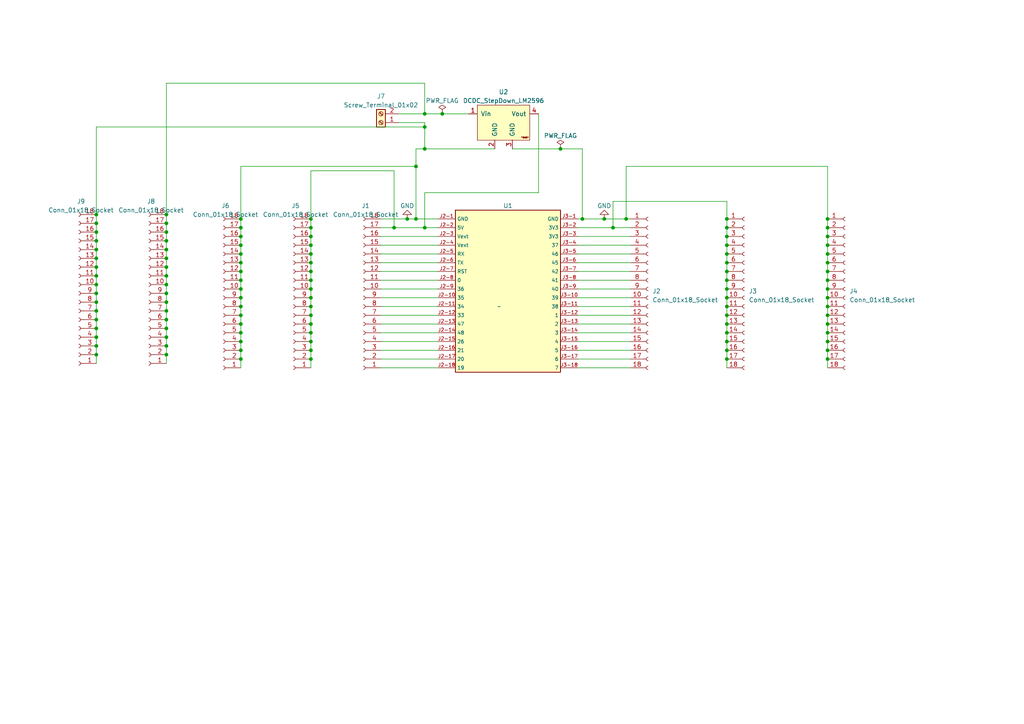
<source format=kicad_sch>
(kicad_sch (version 20230121) (generator eeschema)

  (uuid 0d234a67-d89d-4055-b0bf-b0455af9ab9a)

  (paper "A4")

  (lib_symbols
    (symbol "Connector:Conn_01x18_Socket" (pin_names (offset 1.016) hide) (in_bom yes) (on_board yes)
      (property "Reference" "J" (at 0 22.86 0)
        (effects (font (size 1.27 1.27)))
      )
      (property "Value" "Conn_01x18_Socket" (at 0 -25.4 0)
        (effects (font (size 1.27 1.27)))
      )
      (property "Footprint" "" (at 0 0 0)
        (effects (font (size 1.27 1.27)) hide)
      )
      (property "Datasheet" "~" (at 0 0 0)
        (effects (font (size 1.27 1.27)) hide)
      )
      (property "ki_locked" "" (at 0 0 0)
        (effects (font (size 1.27 1.27)))
      )
      (property "ki_keywords" "connector" (at 0 0 0)
        (effects (font (size 1.27 1.27)) hide)
      )
      (property "ki_description" "Generic connector, single row, 01x18, script generated" (at 0 0 0)
        (effects (font (size 1.27 1.27)) hide)
      )
      (property "ki_fp_filters" "Connector*:*_1x??_*" (at 0 0 0)
        (effects (font (size 1.27 1.27)) hide)
      )
      (symbol "Conn_01x18_Socket_1_1"
        (arc (start 0 -22.352) (mid -0.5058 -22.86) (end 0 -23.368)
          (stroke (width 0.1524) (type default))
          (fill (type none))
        )
        (arc (start 0 -19.812) (mid -0.5058 -20.32) (end 0 -20.828)
          (stroke (width 0.1524) (type default))
          (fill (type none))
        )
        (arc (start 0 -17.272) (mid -0.5058 -17.78) (end 0 -18.288)
          (stroke (width 0.1524) (type default))
          (fill (type none))
        )
        (arc (start 0 -14.732) (mid -0.5058 -15.24) (end 0 -15.748)
          (stroke (width 0.1524) (type default))
          (fill (type none))
        )
        (arc (start 0 -12.192) (mid -0.5058 -12.7) (end 0 -13.208)
          (stroke (width 0.1524) (type default))
          (fill (type none))
        )
        (arc (start 0 -9.652) (mid -0.5058 -10.16) (end 0 -10.668)
          (stroke (width 0.1524) (type default))
          (fill (type none))
        )
        (arc (start 0 -7.112) (mid -0.5058 -7.62) (end 0 -8.128)
          (stroke (width 0.1524) (type default))
          (fill (type none))
        )
        (arc (start 0 -4.572) (mid -0.5058 -5.08) (end 0 -5.588)
          (stroke (width 0.1524) (type default))
          (fill (type none))
        )
        (arc (start 0 -2.032) (mid -0.5058 -2.54) (end 0 -3.048)
          (stroke (width 0.1524) (type default))
          (fill (type none))
        )
        (polyline
          (pts
            (xy -1.27 -22.86)
            (xy -0.508 -22.86)
          )
          (stroke (width 0.1524) (type default))
          (fill (type none))
        )
        (polyline
          (pts
            (xy -1.27 -20.32)
            (xy -0.508 -20.32)
          )
          (stroke (width 0.1524) (type default))
          (fill (type none))
        )
        (polyline
          (pts
            (xy -1.27 -17.78)
            (xy -0.508 -17.78)
          )
          (stroke (width 0.1524) (type default))
          (fill (type none))
        )
        (polyline
          (pts
            (xy -1.27 -15.24)
            (xy -0.508 -15.24)
          )
          (stroke (width 0.1524) (type default))
          (fill (type none))
        )
        (polyline
          (pts
            (xy -1.27 -12.7)
            (xy -0.508 -12.7)
          )
          (stroke (width 0.1524) (type default))
          (fill (type none))
        )
        (polyline
          (pts
            (xy -1.27 -10.16)
            (xy -0.508 -10.16)
          )
          (stroke (width 0.1524) (type default))
          (fill (type none))
        )
        (polyline
          (pts
            (xy -1.27 -7.62)
            (xy -0.508 -7.62)
          )
          (stroke (width 0.1524) (type default))
          (fill (type none))
        )
        (polyline
          (pts
            (xy -1.27 -5.08)
            (xy -0.508 -5.08)
          )
          (stroke (width 0.1524) (type default))
          (fill (type none))
        )
        (polyline
          (pts
            (xy -1.27 -2.54)
            (xy -0.508 -2.54)
          )
          (stroke (width 0.1524) (type default))
          (fill (type none))
        )
        (polyline
          (pts
            (xy -1.27 0)
            (xy -0.508 0)
          )
          (stroke (width 0.1524) (type default))
          (fill (type none))
        )
        (polyline
          (pts
            (xy -1.27 2.54)
            (xy -0.508 2.54)
          )
          (stroke (width 0.1524) (type default))
          (fill (type none))
        )
        (polyline
          (pts
            (xy -1.27 5.08)
            (xy -0.508 5.08)
          )
          (stroke (width 0.1524) (type default))
          (fill (type none))
        )
        (polyline
          (pts
            (xy -1.27 7.62)
            (xy -0.508 7.62)
          )
          (stroke (width 0.1524) (type default))
          (fill (type none))
        )
        (polyline
          (pts
            (xy -1.27 10.16)
            (xy -0.508 10.16)
          )
          (stroke (width 0.1524) (type default))
          (fill (type none))
        )
        (polyline
          (pts
            (xy -1.27 12.7)
            (xy -0.508 12.7)
          )
          (stroke (width 0.1524) (type default))
          (fill (type none))
        )
        (polyline
          (pts
            (xy -1.27 15.24)
            (xy -0.508 15.24)
          )
          (stroke (width 0.1524) (type default))
          (fill (type none))
        )
        (polyline
          (pts
            (xy -1.27 17.78)
            (xy -0.508 17.78)
          )
          (stroke (width 0.1524) (type default))
          (fill (type none))
        )
        (polyline
          (pts
            (xy -1.27 20.32)
            (xy -0.508 20.32)
          )
          (stroke (width 0.1524) (type default))
          (fill (type none))
        )
        (arc (start 0 0.508) (mid -0.5058 0) (end 0 -0.508)
          (stroke (width 0.1524) (type default))
          (fill (type none))
        )
        (arc (start 0 3.048) (mid -0.5058 2.54) (end 0 2.032)
          (stroke (width 0.1524) (type default))
          (fill (type none))
        )
        (arc (start 0 5.588) (mid -0.5058 5.08) (end 0 4.572)
          (stroke (width 0.1524) (type default))
          (fill (type none))
        )
        (arc (start 0 8.128) (mid -0.5058 7.62) (end 0 7.112)
          (stroke (width 0.1524) (type default))
          (fill (type none))
        )
        (arc (start 0 10.668) (mid -0.5058 10.16) (end 0 9.652)
          (stroke (width 0.1524) (type default))
          (fill (type none))
        )
        (arc (start 0 13.208) (mid -0.5058 12.7) (end 0 12.192)
          (stroke (width 0.1524) (type default))
          (fill (type none))
        )
        (arc (start 0 15.748) (mid -0.5058 15.24) (end 0 14.732)
          (stroke (width 0.1524) (type default))
          (fill (type none))
        )
        (arc (start 0 18.288) (mid -0.5058 17.78) (end 0 17.272)
          (stroke (width 0.1524) (type default))
          (fill (type none))
        )
        (arc (start 0 20.828) (mid -0.5058 20.32) (end 0 19.812)
          (stroke (width 0.1524) (type default))
          (fill (type none))
        )
        (pin passive line (at -5.08 20.32 0) (length 3.81)
          (name "Pin_1" (effects (font (size 1.27 1.27))))
          (number "1" (effects (font (size 1.27 1.27))))
        )
        (pin passive line (at -5.08 -2.54 0) (length 3.81)
          (name "Pin_10" (effects (font (size 1.27 1.27))))
          (number "10" (effects (font (size 1.27 1.27))))
        )
        (pin passive line (at -5.08 -5.08 0) (length 3.81)
          (name "Pin_11" (effects (font (size 1.27 1.27))))
          (number "11" (effects (font (size 1.27 1.27))))
        )
        (pin passive line (at -5.08 -7.62 0) (length 3.81)
          (name "Pin_12" (effects (font (size 1.27 1.27))))
          (number "12" (effects (font (size 1.27 1.27))))
        )
        (pin passive line (at -5.08 -10.16 0) (length 3.81)
          (name "Pin_13" (effects (font (size 1.27 1.27))))
          (number "13" (effects (font (size 1.27 1.27))))
        )
        (pin passive line (at -5.08 -12.7 0) (length 3.81)
          (name "Pin_14" (effects (font (size 1.27 1.27))))
          (number "14" (effects (font (size 1.27 1.27))))
        )
        (pin passive line (at -5.08 -15.24 0) (length 3.81)
          (name "Pin_15" (effects (font (size 1.27 1.27))))
          (number "15" (effects (font (size 1.27 1.27))))
        )
        (pin passive line (at -5.08 -17.78 0) (length 3.81)
          (name "Pin_16" (effects (font (size 1.27 1.27))))
          (number "16" (effects (font (size 1.27 1.27))))
        )
        (pin passive line (at -5.08 -20.32 0) (length 3.81)
          (name "Pin_17" (effects (font (size 1.27 1.27))))
          (number "17" (effects (font (size 1.27 1.27))))
        )
        (pin passive line (at -5.08 -22.86 0) (length 3.81)
          (name "Pin_18" (effects (font (size 1.27 1.27))))
          (number "18" (effects (font (size 1.27 1.27))))
        )
        (pin passive line (at -5.08 17.78 0) (length 3.81)
          (name "Pin_2" (effects (font (size 1.27 1.27))))
          (number "2" (effects (font (size 1.27 1.27))))
        )
        (pin passive line (at -5.08 15.24 0) (length 3.81)
          (name "Pin_3" (effects (font (size 1.27 1.27))))
          (number "3" (effects (font (size 1.27 1.27))))
        )
        (pin passive line (at -5.08 12.7 0) (length 3.81)
          (name "Pin_4" (effects (font (size 1.27 1.27))))
          (number "4" (effects (font (size 1.27 1.27))))
        )
        (pin passive line (at -5.08 10.16 0) (length 3.81)
          (name "Pin_5" (effects (font (size 1.27 1.27))))
          (number "5" (effects (font (size 1.27 1.27))))
        )
        (pin passive line (at -5.08 7.62 0) (length 3.81)
          (name "Pin_6" (effects (font (size 1.27 1.27))))
          (number "6" (effects (font (size 1.27 1.27))))
        )
        (pin passive line (at -5.08 5.08 0) (length 3.81)
          (name "Pin_7" (effects (font (size 1.27 1.27))))
          (number "7" (effects (font (size 1.27 1.27))))
        )
        (pin passive line (at -5.08 2.54 0) (length 3.81)
          (name "Pin_8" (effects (font (size 1.27 1.27))))
          (number "8" (effects (font (size 1.27 1.27))))
        )
        (pin passive line (at -5.08 0 0) (length 3.81)
          (name "Pin_9" (effects (font (size 1.27 1.27))))
          (number "9" (effects (font (size 1.27 1.27))))
        )
      )
    )
    (symbol "Connector:Screw_Terminal_01x02" (pin_names (offset 1.016) hide) (in_bom yes) (on_board yes)
      (property "Reference" "J" (at 0 2.54 0)
        (effects (font (size 1.27 1.27)))
      )
      (property "Value" "Screw_Terminal_01x02" (at 0 -5.08 0)
        (effects (font (size 1.27 1.27)))
      )
      (property "Footprint" "" (at 0 0 0)
        (effects (font (size 1.27 1.27)) hide)
      )
      (property "Datasheet" "~" (at 0 0 0)
        (effects (font (size 1.27 1.27)) hide)
      )
      (property "ki_keywords" "screw terminal" (at 0 0 0)
        (effects (font (size 1.27 1.27)) hide)
      )
      (property "ki_description" "Generic screw terminal, single row, 01x02, script generated (kicad-library-utils/schlib/autogen/connector/)" (at 0 0 0)
        (effects (font (size 1.27 1.27)) hide)
      )
      (property "ki_fp_filters" "TerminalBlock*:*" (at 0 0 0)
        (effects (font (size 1.27 1.27)) hide)
      )
      (symbol "Screw_Terminal_01x02_1_1"
        (rectangle (start -1.27 1.27) (end 1.27 -3.81)
          (stroke (width 0.254) (type default))
          (fill (type background))
        )
        (circle (center 0 -2.54) (radius 0.635)
          (stroke (width 0.1524) (type default))
          (fill (type none))
        )
        (polyline
          (pts
            (xy -0.5334 -2.2098)
            (xy 0.3302 -3.048)
          )
          (stroke (width 0.1524) (type default))
          (fill (type none))
        )
        (polyline
          (pts
            (xy -0.5334 0.3302)
            (xy 0.3302 -0.508)
          )
          (stroke (width 0.1524) (type default))
          (fill (type none))
        )
        (polyline
          (pts
            (xy -0.3556 -2.032)
            (xy 0.508 -2.8702)
          )
          (stroke (width 0.1524) (type default))
          (fill (type none))
        )
        (polyline
          (pts
            (xy -0.3556 0.508)
            (xy 0.508 -0.3302)
          )
          (stroke (width 0.1524) (type default))
          (fill (type none))
        )
        (circle (center 0 0) (radius 0.635)
          (stroke (width 0.1524) (type default))
          (fill (type none))
        )
        (pin passive line (at -5.08 0 0) (length 3.81)
          (name "Pin_1" (effects (font (size 1.27 1.27))))
          (number "1" (effects (font (size 1.27 1.27))))
        )
        (pin passive line (at -5.08 -2.54 0) (length 3.81)
          (name "Pin_2" (effects (font (size 1.27 1.27))))
          (number "2" (effects (font (size 1.27 1.27))))
        )
      )
    )
    (symbol "esp32Lora:esp_lora" (in_bom yes) (on_board yes)
      (property "Reference" "U" (at 0 0 0)
        (effects (font (size 1.27 1.27)))
      )
      (property "Value" "" (at 0 0 0)
        (effects (font (size 1.27 1.27)))
      )
      (property "Footprint" "esp32_Lora_footprint:esp32Lora_foot_Print" (at 0 0 0)
        (effects (font (size 1.27 1.27)) hide)
      )
      (property "Datasheet" "" (at 0 0 0)
        (effects (font (size 1.27 1.27)) hide)
      )
      (symbol "esp_lora_0_0"
        (rectangle (start -12.7 27.94) (end 17.78 -19.05)
          (stroke (width 0.254) (type default))
          (fill (type background))
        )
      )
      (symbol "esp_lora_1_0"
        (pin power_in line (at -17.78 25.4 0) (length 5.08)
          (name "GND" (effects (font (size 1.016 1.016))))
          (number "J2-1" (effects (font (size 1.016 1.016))))
        )
        (pin bidirectional line (at -17.78 2.54 0) (length 5.08)
          (name "35" (effects (font (size 1.016 1.016))))
          (number "J2-10" (effects (font (size 1.016 1.016))))
        )
        (pin bidirectional line (at -17.78 0 0) (length 5.08)
          (name "34" (effects (font (size 1.016 1.016))))
          (number "J2-11" (effects (font (size 1.016 1.016))))
        )
        (pin bidirectional line (at -17.78 -2.54 0) (length 5.08)
          (name "33" (effects (font (size 1.016 1.016))))
          (number "J2-12" (effects (font (size 1.016 1.016))))
        )
        (pin bidirectional line (at -17.78 -5.08 0) (length 5.08)
          (name "47" (effects (font (size 1.016 1.016))))
          (number "J2-13" (effects (font (size 1.016 1.016))))
        )
        (pin bidirectional line (at -17.78 -7.62 0) (length 5.08)
          (name "48" (effects (font (size 1.016 1.016))))
          (number "J2-14" (effects (font (size 1.016 1.016))))
        )
        (pin bidirectional line (at -17.78 -10.16 0) (length 5.08)
          (name "26" (effects (font (size 1.016 1.016))))
          (number "J2-15" (effects (font (size 1.016 1.016))))
        )
        (pin bidirectional line (at -17.78 -12.7 0) (length 5.08)
          (name "21" (effects (font (size 1.016 1.016))))
          (number "J2-16" (effects (font (size 1.016 1.016))))
        )
        (pin bidirectional line (at -17.78 -15.24 0) (length 5.08)
          (name "20" (effects (font (size 1.016 1.016))))
          (number "J2-17" (effects (font (size 1.016 1.016))))
        )
        (pin bidirectional line (at -17.78 -17.78 0) (length 5.08)
          (name "19" (effects (font (size 1.016 1.016))))
          (number "J2-18" (effects (font (size 1.016 1.016))))
        )
        (pin power_in line (at -17.78 22.86 0) (length 5.08)
          (name "5V" (effects (font (size 1.016 1.016))))
          (number "J2-2" (effects (font (size 1.016 1.016))))
        )
        (pin bidirectional line (at -17.78 20.32 0) (length 5.08)
          (name "Vext" (effects (font (size 1.016 1.016))))
          (number "J2-3" (effects (font (size 1.016 1.016))))
        )
        (pin bidirectional line (at -17.78 17.78 0) (length 5.08)
          (name "Vext" (effects (font (size 1.016 1.016))))
          (number "J2-4" (effects (font (size 1.016 1.016))))
        )
        (pin bidirectional line (at -17.78 15.24 0) (length 5.08)
          (name "RX" (effects (font (size 1.016 1.016))))
          (number "J2-5" (effects (font (size 1.016 1.016))))
        )
        (pin bidirectional line (at -17.78 12.7 0) (length 5.08)
          (name "TX" (effects (font (size 1.016 1.016))))
          (number "J2-6" (effects (font (size 1.016 1.016))))
        )
        (pin bidirectional line (at -17.78 10.16 0) (length 5.08)
          (name "RST" (effects (font (size 1.016 1.016))))
          (number "J2-7" (effects (font (size 1.016 1.016))))
        )
        (pin bidirectional line (at -17.78 7.62 0) (length 5.08)
          (name "0" (effects (font (size 1.016 1.016))))
          (number "J2-8" (effects (font (size 1.016 1.016))))
        )
        (pin bidirectional line (at -17.78 5.08 0) (length 5.08)
          (name "36" (effects (font (size 1.016 1.016))))
          (number "J2-9" (effects (font (size 1.016 1.016))))
        )
        (pin power_in line (at 22.86 25.4 180) (length 5.08)
          (name "GND" (effects (font (size 1.016 1.016))))
          (number "J3-1" (effects (font (size 1.016 1.016))))
        )
        (pin bidirectional line (at 22.86 2.54 180) (length 5.08)
          (name "39" (effects (font (size 1.016 1.016))))
          (number "J3-10" (effects (font (size 1.016 1.016))))
        )
        (pin bidirectional line (at 22.86 0 180) (length 5.08)
          (name "38" (effects (font (size 1.016 1.016))))
          (number "J3-11" (effects (font (size 1.016 1.016))))
        )
        (pin bidirectional line (at 22.86 -2.54 180) (length 5.08)
          (name "1" (effects (font (size 1.016 1.016))))
          (number "J3-12" (effects (font (size 1.016 1.016))))
        )
        (pin bidirectional line (at 22.86 -5.08 180) (length 5.08)
          (name "2" (effects (font (size 1.016 1.016))))
          (number "J3-13" (effects (font (size 1.016 1.016))))
        )
        (pin bidirectional line (at 22.86 -7.62 180) (length 5.08)
          (name "3" (effects (font (size 1.016 1.016))))
          (number "J3-14" (effects (font (size 1.016 1.016))))
        )
        (pin bidirectional line (at 22.86 -10.16 180) (length 5.08)
          (name "4" (effects (font (size 1.016 1.016))))
          (number "J3-15" (effects (font (size 1.016 1.016))))
        )
        (pin bidirectional line (at 22.86 -12.7 180) (length 5.08)
          (name "5" (effects (font (size 1.016 1.016))))
          (number "J3-16" (effects (font (size 1.016 1.016))))
        )
        (pin bidirectional line (at 22.86 -15.24 180) (length 5.08)
          (name "6" (effects (font (size 1.016 1.016))))
          (number "J3-17" (effects (font (size 1.016 1.016))))
        )
        (pin bidirectional line (at 22.86 -17.78 180) (length 5.08)
          (name "7" (effects (font (size 1.016 1.016))))
          (number "J3-18" (effects (font (size 1.016 1.016))))
        )
        (pin bidirectional line (at 22.86 22.86 180) (length 5.08)
          (name "3V3" (effects (font (size 1.016 1.016))))
          (number "J3-2" (effects (font (size 1.016 1.016))))
        )
        (pin bidirectional line (at 22.86 20.32 180) (length 5.08)
          (name "3V3" (effects (font (size 1.016 1.016))))
          (number "J3-3" (effects (font (size 1.016 1.016))))
        )
        (pin bidirectional line (at 22.86 17.78 180) (length 5.08)
          (name "37" (effects (font (size 1.016 1.016))))
          (number "J3-4" (effects (font (size 1.016 1.016))))
        )
        (pin bidirectional line (at 22.86 15.24 180) (length 5.08)
          (name "46" (effects (font (size 1.016 1.016))))
          (number "J3-5" (effects (font (size 1.016 1.016))))
        )
        (pin bidirectional line (at 22.86 12.7 180) (length 5.08)
          (name "45" (effects (font (size 1.016 1.016))))
          (number "J3-6" (effects (font (size 1.016 1.016))))
        )
        (pin bidirectional line (at 22.86 10.16 180) (length 5.08)
          (name "42" (effects (font (size 1.016 1.016))))
          (number "J3-7" (effects (font (size 1.016 1.016))))
        )
        (pin bidirectional line (at 22.86 7.62 180) (length 5.08)
          (name "41" (effects (font (size 1.016 1.016))))
          (number "J3-8" (effects (font (size 1.016 1.016))))
        )
        (pin bidirectional line (at 22.86 5.08 180) (length 5.08)
          (name "40" (effects (font (size 1.016 1.016))))
          (number "J3-9" (effects (font (size 1.016 1.016))))
        )
      )
    )
    (symbol "power:GND" (power) (pin_names (offset 0)) (in_bom yes) (on_board yes)
      (property "Reference" "#PWR" (at 0 -6.35 0)
        (effects (font (size 1.27 1.27)) hide)
      )
      (property "Value" "GND" (at 0 -3.81 0)
        (effects (font (size 1.27 1.27)))
      )
      (property "Footprint" "" (at 0 0 0)
        (effects (font (size 1.27 1.27)) hide)
      )
      (property "Datasheet" "" (at 0 0 0)
        (effects (font (size 1.27 1.27)) hide)
      )
      (property "ki_keywords" "global power" (at 0 0 0)
        (effects (font (size 1.27 1.27)) hide)
      )
      (property "ki_description" "Power symbol creates a global label with name \"GND\" , ground" (at 0 0 0)
        (effects (font (size 1.27 1.27)) hide)
      )
      (symbol "GND_0_1"
        (polyline
          (pts
            (xy 0 0)
            (xy 0 -1.27)
            (xy 1.27 -1.27)
            (xy 0 -2.54)
            (xy -1.27 -1.27)
            (xy 0 -1.27)
          )
          (stroke (width 0) (type default))
          (fill (type none))
        )
      )
      (symbol "GND_1_1"
        (pin power_in line (at 0 0 270) (length 0) hide
          (name "GND" (effects (font (size 1.27 1.27))))
          (number "1" (effects (font (size 1.27 1.27))))
        )
      )
    )
    (symbol "power:PWR_FLAG" (power) (pin_numbers hide) (pin_names (offset 0) hide) (in_bom yes) (on_board yes)
      (property "Reference" "#FLG" (at 0 1.905 0)
        (effects (font (size 1.27 1.27)) hide)
      )
      (property "Value" "PWR_FLAG" (at 0 3.81 0)
        (effects (font (size 1.27 1.27)))
      )
      (property "Footprint" "" (at 0 0 0)
        (effects (font (size 1.27 1.27)) hide)
      )
      (property "Datasheet" "~" (at 0 0 0)
        (effects (font (size 1.27 1.27)) hide)
      )
      (property "ki_keywords" "flag power" (at 0 0 0)
        (effects (font (size 1.27 1.27)) hide)
      )
      (property "ki_description" "Special symbol for telling ERC where power comes from" (at 0 0 0)
        (effects (font (size 1.27 1.27)) hide)
      )
      (symbol "PWR_FLAG_0_0"
        (pin power_out line (at 0 0 90) (length 0)
          (name "pwr" (effects (font (size 1.27 1.27))))
          (number "1" (effects (font (size 1.27 1.27))))
        )
      )
      (symbol "PWR_FLAG_0_1"
        (polyline
          (pts
            (xy 0 0)
            (xy 0 1.27)
            (xy -1.016 1.905)
            (xy 0 2.54)
            (xy 1.016 1.905)
            (xy 0 1.27)
          )
          (stroke (width 0) (type default))
          (fill (type none))
        )
      )
    )
    (symbol "voltage regulator esp lora:YAAJ_DCDC_StepDown_LM2596" (pin_names (offset 1.016)) (in_bom yes) (on_board yes)
      (property "Reference" "U" (at -5.08 6.35 0)
        (effects (font (size 1.27 1.27)))
      )
      (property "Value" "DCDC_StepDown_LM2596" (at 0 11.43 0)
        (effects (font (size 1.27 1.27)))
      )
      (property "Footprint" "" (at -1.27 0 0)
        (effects (font (size 1.27 1.27)) hide)
      )
      (property "Datasheet" "" (at -1.27 0 0)
        (effects (font (size 1.27 1.27)) hide)
      )
      (property "ki_keywords" "module stepdown step down buck converter DCDC DC" (at 0 0 0)
        (effects (font (size 1.27 1.27)) hide)
      )
      (property "ki_description" "module : adjustable step down module 3.2V-40V to 1.25V-35V 3A" (at 0 0 0)
        (effects (font (size 1.27 1.27)) hide)
      )
      (symbol "YAAJ_DCDC_StepDown_LM2596_0_1"
        (rectangle (start -7.62 5.08) (end 7.62 -5.08)
          (stroke (width 0) (type solid))
          (fill (type background))
        )
      )
      (symbol "YAAJ_DCDC_StepDown_LM2596_1_1"
        (text "Y@@V" (at 6.1976 -4.2672 0)
          (effects (font (size 0.508 0.508)))
        )
        (pin power_in line (at -10.16 2.54 0) (length 2.54)
          (name "Vin" (effects (font (size 1.27 1.27))))
          (number "1" (effects (font (size 1.27 1.27))))
        )
        (pin power_in line (at -2.54 -7.62 90) (length 2.54)
          (name "GND" (effects (font (size 1.27 1.27))))
          (number "2" (effects (font (size 1.27 1.27))))
        )
        (pin power_in line (at 2.54 -7.62 90) (length 2.54)
          (name "GND" (effects (font (size 1.27 1.27))))
          (number "3" (effects (font (size 1.27 1.27))))
        )
        (pin power_out line (at 10.16 2.54 180) (length 2.54)
          (name "Vout" (effects (font (size 1.27 1.27))))
          (number "4" (effects (font (size 1.27 1.27))))
        )
      )
    )
  )

  (junction (at 69.85 93.98) (diameter 0) (color 0 0 0 0)
    (uuid 0085a502-4489-43c5-9ec3-3358d34c12ab)
  )
  (junction (at 27.94 74.93) (diameter 0) (color 0 0 0 0)
    (uuid 0115c476-017c-4c34-aa8c-7658743a247e)
  )
  (junction (at 90.17 78.74) (diameter 0) (color 0 0 0 0)
    (uuid 01df04f0-3016-462e-8fac-c531b161572b)
  )
  (junction (at 123.19 36.83) (diameter 0) (color 0 0 0 0)
    (uuid 0914293b-a983-4cb2-9a5a-9cc4afc2833e)
  )
  (junction (at 69.85 78.74) (diameter 0) (color 0 0 0 0)
    (uuid 09f8931e-24de-47c9-a10e-b884f07cc370)
  )
  (junction (at 27.94 82.55) (diameter 0) (color 0 0 0 0)
    (uuid 0a14017f-67fb-4221-be55-4877eaa04ee4)
  )
  (junction (at 90.17 63.5) (diameter 0) (color 0 0 0 0)
    (uuid 0a975e94-05a9-4b51-8753-6fae9be8170c)
  )
  (junction (at 69.85 101.6) (diameter 0) (color 0 0 0 0)
    (uuid 0a9aed00-0cef-4044-9e09-b66557bcf6a6)
  )
  (junction (at 90.17 88.9) (diameter 0) (color 0 0 0 0)
    (uuid 0af4bbf8-4d55-439b-90e9-daed07510edf)
  )
  (junction (at 69.85 104.14) (diameter 0) (color 0 0 0 0)
    (uuid 12ce5c90-7859-46ea-b75a-62d1e3bfd071)
  )
  (junction (at 27.94 62.23) (diameter 0) (color 0 0 0 0)
    (uuid 1a77b574-b32b-4883-9f8c-524cf1d9fcd8)
  )
  (junction (at 69.85 99.06) (diameter 0) (color 0 0 0 0)
    (uuid 1e682d80-20c0-4080-ab0f-27d28b4b9c14)
  )
  (junction (at 48.26 74.93) (diameter 0) (color 0 0 0 0)
    (uuid 1ff3d40a-7fc7-4270-857b-8ff0ceac776d)
  )
  (junction (at 240.03 86.36) (diameter 0) (color 0 0 0 0)
    (uuid 202b2a28-d35c-4366-ac0c-1c46c9e3f92e)
  )
  (junction (at 27.94 72.39) (diameter 0) (color 0 0 0 0)
    (uuid 21bbf24b-0f36-48df-a4ee-696baed9251e)
  )
  (junction (at 168.91 63.5) (diameter 0) (color 0 0 0 0)
    (uuid 21e89c06-7354-4cfc-a768-94cfe8f8a5d5)
  )
  (junction (at 210.82 66.04) (diameter 0) (color 0 0 0 0)
    (uuid 22b647cf-236d-4f7b-b505-122769cc16f3)
  )
  (junction (at 210.82 78.74) (diameter 0) (color 0 0 0 0)
    (uuid 24688f95-e722-4a26-8a5b-1dedbf236fb7)
  )
  (junction (at 181.61 63.5) (diameter 0) (color 0 0 0 0)
    (uuid 26a30d7e-9a2c-4cf4-a834-60f0318558ff)
  )
  (junction (at 240.03 81.28) (diameter 0) (color 0 0 0 0)
    (uuid 27fd93b8-ed3c-4acb-a4ab-25aac3b0d6eb)
  )
  (junction (at 210.82 91.44) (diameter 0) (color 0 0 0 0)
    (uuid 2db1009a-af20-43f4-9e33-41c51e1c1c51)
  )
  (junction (at 210.82 99.06) (diameter 0) (color 0 0 0 0)
    (uuid 2ea9e101-a01a-45bc-bd2c-99c2bb18818e)
  )
  (junction (at 240.03 91.44) (diameter 0) (color 0 0 0 0)
    (uuid 3451fbcf-ef12-462b-bd34-da57b4784a3d)
  )
  (junction (at 210.82 63.5) (diameter 0) (color 0 0 0 0)
    (uuid 34529296-3b81-4b7a-857e-be9df5e12265)
  )
  (junction (at 90.17 86.36) (diameter 0) (color 0 0 0 0)
    (uuid 35ea003e-21b4-405f-b306-91825ad51262)
  )
  (junction (at 48.26 85.09) (diameter 0) (color 0 0 0 0)
    (uuid 36f3cd6b-aa50-4da7-af11-4bbed4af98f4)
  )
  (junction (at 48.26 92.71) (diameter 0) (color 0 0 0 0)
    (uuid 373984fc-1571-4994-852a-19474ebc0f98)
  )
  (junction (at 48.26 67.31) (diameter 0) (color 0 0 0 0)
    (uuid 388765d1-2bc4-4fe3-9553-73dd5a4c14b4)
  )
  (junction (at 240.03 93.98) (diameter 0) (color 0 0 0 0)
    (uuid 3b652b89-eadc-402e-bd5b-8a2b291fb7b5)
  )
  (junction (at 240.03 83.82) (diameter 0) (color 0 0 0 0)
    (uuid 3dc9c5ee-4e13-4a2b-ba31-28ae1489171c)
  )
  (junction (at 210.82 76.2) (diameter 0) (color 0 0 0 0)
    (uuid 3f52aa94-90f7-4161-8d27-3b2eac1f38f4)
  )
  (junction (at 90.17 104.14) (diameter 0) (color 0 0 0 0)
    (uuid 3fd3385d-54ee-40c5-858d-58b58b1103ba)
  )
  (junction (at 69.85 71.12) (diameter 0) (color 0 0 0 0)
    (uuid 404872ab-c370-490c-a981-22a7bcf5d6b1)
  )
  (junction (at 210.82 71.12) (diameter 0) (color 0 0 0 0)
    (uuid 428f3ae8-3b11-4310-a510-3144057a9a16)
  )
  (junction (at 69.85 96.52) (diameter 0) (color 0 0 0 0)
    (uuid 436c7587-f57b-420d-b69b-e1e3b7780f67)
  )
  (junction (at 123.19 43.18) (diameter 0) (color 0 0 0 0)
    (uuid 499bf0ab-ca8f-4e57-8332-b414f9300be1)
  )
  (junction (at 48.26 72.39) (diameter 0) (color 0 0 0 0)
    (uuid 4acbee11-639d-4c5d-9911-730b64177ac4)
  )
  (junction (at 48.26 100.33) (diameter 0) (color 0 0 0 0)
    (uuid 514d8fbe-9c3e-4606-bc96-380c52bff83a)
  )
  (junction (at 90.17 66.04) (diameter 0) (color 0 0 0 0)
    (uuid 56c469e2-68db-40b4-825a-9c390ab9d0cb)
  )
  (junction (at 240.03 76.2) (diameter 0) (color 0 0 0 0)
    (uuid 5997f9b1-3e02-4f7c-877b-44688dd5f502)
  )
  (junction (at 27.94 85.09) (diameter 0) (color 0 0 0 0)
    (uuid 6780cc97-430c-4839-a46b-74267e87aa13)
  )
  (junction (at 69.85 63.5) (diameter 0) (color 0 0 0 0)
    (uuid 691c3183-4339-471b-9c78-623923ba6994)
  )
  (junction (at 123.19 33.02) (diameter 0) (color 0 0 0 0)
    (uuid 6945eb85-933d-43a5-88b3-b30d82dafa64)
  )
  (junction (at 210.82 86.36) (diameter 0) (color 0 0 0 0)
    (uuid 6b0d53a3-120c-41e3-b405-72adf0a38c31)
  )
  (junction (at 162.56 43.18) (diameter 0) (color 0 0 0 0)
    (uuid 6b784f58-6af6-4a88-a4f7-cf42de0fdb2f)
  )
  (junction (at 69.85 68.58) (diameter 0) (color 0 0 0 0)
    (uuid 6c6f85f6-507e-40f7-9a87-f97b3617bfea)
  )
  (junction (at 90.17 93.98) (diameter 0) (color 0 0 0 0)
    (uuid 6cea9685-f984-4144-9ed6-5a5e2c34d3e5)
  )
  (junction (at 48.26 87.63) (diameter 0) (color 0 0 0 0)
    (uuid 6da54612-a6c6-4a5c-a07d-16e678ec764e)
  )
  (junction (at 48.26 97.79) (diameter 0) (color 0 0 0 0)
    (uuid 6f39e7dc-03ee-4dfe-8a02-ee87439dc754)
  )
  (junction (at 27.94 69.85) (diameter 0) (color 0 0 0 0)
    (uuid 76c30e93-08fd-4eb9-99c7-c28b0d55a5d3)
  )
  (junction (at 27.94 97.79) (diameter 0) (color 0 0 0 0)
    (uuid 775873bf-5215-4cb0-8556-93d5564ded6c)
  )
  (junction (at 27.94 95.25) (diameter 0) (color 0 0 0 0)
    (uuid 7a5a9333-0946-4723-9909-34d5ac920af2)
  )
  (junction (at 27.94 102.87) (diameter 0) (color 0 0 0 0)
    (uuid 7b39699d-388b-4e41-9b37-4b4883993405)
  )
  (junction (at 240.03 68.58) (diameter 0) (color 0 0 0 0)
    (uuid 7c0b0427-a4bd-4def-ae13-a18bad3a7ddf)
  )
  (junction (at 69.85 76.2) (diameter 0) (color 0 0 0 0)
    (uuid 7c68d999-0554-4e79-b6ca-2b5fb403c555)
  )
  (junction (at 48.26 82.55) (diameter 0) (color 0 0 0 0)
    (uuid 7d8aa136-2211-41e3-aae9-06bbd021ea20)
  )
  (junction (at 69.85 81.28) (diameter 0) (color 0 0 0 0)
    (uuid 7ef6c714-9b7d-4b6f-9e5d-1525c96948bd)
  )
  (junction (at 210.82 68.58) (diameter 0) (color 0 0 0 0)
    (uuid 7fd6dc1a-2c8d-4792-99ce-30b2abbc2746)
  )
  (junction (at 27.94 80.01) (diameter 0) (color 0 0 0 0)
    (uuid 81284224-dbbc-42c2-9eb9-cf69b23935ff)
  )
  (junction (at 90.17 73.66) (diameter 0) (color 0 0 0 0)
    (uuid 8a758cc2-1265-4429-b62b-e61f88bcae96)
  )
  (junction (at 90.17 83.82) (diameter 0) (color 0 0 0 0)
    (uuid 8b8bbbf9-1dfb-4d7a-8c18-9e21ad1fde90)
  )
  (junction (at 210.82 104.14) (diameter 0) (color 0 0 0 0)
    (uuid 8be0e45a-2b3e-4b9e-9fd6-3012c5a3dfd7)
  )
  (junction (at 90.17 96.52) (diameter 0) (color 0 0 0 0)
    (uuid 8e395454-303e-42ef-a767-14ec51759671)
  )
  (junction (at 175.26 63.5) (diameter 0) (color 0 0 0 0)
    (uuid 9019dc4f-4e10-4edc-a54c-fb8488e86f10)
  )
  (junction (at 240.03 63.5) (diameter 0) (color 0 0 0 0)
    (uuid 9101e88e-6dd2-4e4d-861b-d70a551cdcaa)
  )
  (junction (at 27.94 92.71) (diameter 0) (color 0 0 0 0)
    (uuid 91fd4762-1d9f-4905-bca6-9bf20d77fee3)
  )
  (junction (at 90.17 76.2) (diameter 0) (color 0 0 0 0)
    (uuid 9588629c-ddd2-46b2-951c-1d0794b2710a)
  )
  (junction (at 90.17 101.6) (diameter 0) (color 0 0 0 0)
    (uuid 9e5eef8e-1dba-4978-a0a3-b5947da4db32)
  )
  (junction (at 48.26 77.47) (diameter 0) (color 0 0 0 0)
    (uuid 9eeb2116-9eae-4380-969e-6a11266dd80b)
  )
  (junction (at 240.03 78.74) (diameter 0) (color 0 0 0 0)
    (uuid a2b24a33-6149-4744-b786-d648703b7f7a)
  )
  (junction (at 48.26 95.25) (diameter 0) (color 0 0 0 0)
    (uuid a98a975b-7715-4a6a-aafa-95775c7db555)
  )
  (junction (at 210.82 81.28) (diameter 0) (color 0 0 0 0)
    (uuid aa89c8cc-b32d-4135-9345-2cba9fb6dd54)
  )
  (junction (at 240.03 71.12) (diameter 0) (color 0 0 0 0)
    (uuid adaf9e6f-fa92-456b-bc93-6f8d433dd92a)
  )
  (junction (at 48.26 69.85) (diameter 0) (color 0 0 0 0)
    (uuid b0582a1b-26c8-4310-971e-dfc334997c3d)
  )
  (junction (at 69.85 88.9) (diameter 0) (color 0 0 0 0)
    (uuid b5d96dd9-c4f2-44a8-8bfd-12b45a680108)
  )
  (junction (at 240.03 101.6) (diameter 0) (color 0 0 0 0)
    (uuid b8da9e36-7923-4c8a-813f-58b775979992)
  )
  (junction (at 90.17 81.28) (diameter 0) (color 0 0 0 0)
    (uuid b9ba5d84-43c0-4ab6-a8b9-7c92146abf40)
  )
  (junction (at 240.03 96.52) (diameter 0) (color 0 0 0 0)
    (uuid bc8db6a6-2e18-442f-8255-56e52118dd95)
  )
  (junction (at 90.17 71.12) (diameter 0) (color 0 0 0 0)
    (uuid bccbd517-d7fc-451c-964a-c9a8b52db38e)
  )
  (junction (at 210.82 83.82) (diameter 0) (color 0 0 0 0)
    (uuid be63f179-430a-4489-8b29-97ca3831501f)
  )
  (junction (at 48.26 64.77) (diameter 0) (color 0 0 0 0)
    (uuid bed3d34d-23ea-4c5c-9dd2-cf2cf39440d5)
  )
  (junction (at 90.17 99.06) (diameter 0) (color 0 0 0 0)
    (uuid bf01297a-080b-45bd-a21c-17d031124d44)
  )
  (junction (at 240.03 104.14) (diameter 0) (color 0 0 0 0)
    (uuid bf2418bf-eeee-48c0-a3ca-cdd184cf79cb)
  )
  (junction (at 128.27 33.02) (diameter 0) (color 0 0 0 0)
    (uuid c015432b-2441-4a0d-ac96-4253c73195d2)
  )
  (junction (at 48.26 62.23) (diameter 0) (color 0 0 0 0)
    (uuid c02e7abd-d03c-4a4d-9599-7d43732dd64c)
  )
  (junction (at 118.11 63.5) (diameter 0) (color 0 0 0 0)
    (uuid c4c1ad4e-290a-4879-8772-4fd382516b17)
  )
  (junction (at 240.03 99.06) (diameter 0) (color 0 0 0 0)
    (uuid cb14d75d-14ee-41be-8e68-f675b7b72214)
  )
  (junction (at 69.85 66.04) (diameter 0) (color 0 0 0 0)
    (uuid cb20ab47-f0f1-45aa-9f52-af2148b13f2b)
  )
  (junction (at 210.82 93.98) (diameter 0) (color 0 0 0 0)
    (uuid cca81643-740a-49df-bc22-da035452fb8e)
  )
  (junction (at 240.03 88.9) (diameter 0) (color 0 0 0 0)
    (uuid cde4423e-af66-4ac4-a5e4-042297e9603c)
  )
  (junction (at 27.94 64.77) (diameter 0) (color 0 0 0 0)
    (uuid d0cc13b7-8b76-43c1-b1bf-606482cf9a8b)
  )
  (junction (at 240.03 73.66) (diameter 0) (color 0 0 0 0)
    (uuid d398a4ed-f16a-43c9-94f0-1b10ab1c6229)
  )
  (junction (at 210.82 101.6) (diameter 0) (color 0 0 0 0)
    (uuid d6ab4bc1-f1a3-45c3-b3d7-b7880fc4bffa)
  )
  (junction (at 48.26 80.01) (diameter 0) (color 0 0 0 0)
    (uuid d75fc851-1d92-40ac-a846-7d077251d317)
  )
  (junction (at 69.85 73.66) (diameter 0) (color 0 0 0 0)
    (uuid d8171a01-a781-4deb-bf45-b68c536a9971)
  )
  (junction (at 27.94 77.47) (diameter 0) (color 0 0 0 0)
    (uuid d9181938-37d9-4207-82d0-0aabb0c80dcf)
  )
  (junction (at 27.94 90.17) (diameter 0) (color 0 0 0 0)
    (uuid dc915aa3-f188-4fbe-8649-e6052bb6c000)
  )
  (junction (at 69.85 83.82) (diameter 0) (color 0 0 0 0)
    (uuid de4b30de-6e4d-48ef-b358-963a3e5fbda5)
  )
  (junction (at 120.65 63.5) (diameter 0) (color 0 0 0 0)
    (uuid de98271c-1633-4115-89f9-f4af03460e0c)
  )
  (junction (at 48.26 102.87) (diameter 0) (color 0 0 0 0)
    (uuid e1cec7a4-4d75-4b03-b53e-b741d7c83ae9)
  )
  (junction (at 27.94 87.63) (diameter 0) (color 0 0 0 0)
    (uuid e1d31a7b-7852-4e04-9fb9-8d80ff61dcb5)
  )
  (junction (at 123.19 66.04) (diameter 0) (color 0 0 0 0)
    (uuid e56b6dd2-c0af-47e8-a7d0-0182f5c269ea)
  )
  (junction (at 210.82 73.66) (diameter 0) (color 0 0 0 0)
    (uuid e62f19b2-65db-4d5f-b938-5cb1732eb15f)
  )
  (junction (at 90.17 68.58) (diameter 0) (color 0 0 0 0)
    (uuid e878cd70-e42e-4629-bca3-52057535bd08)
  )
  (junction (at 69.85 86.36) (diameter 0) (color 0 0 0 0)
    (uuid e8d2f629-82e2-4bb8-9aac-7fa3679deaea)
  )
  (junction (at 48.26 90.17) (diameter 0) (color 0 0 0 0)
    (uuid ecd53f2c-905d-464a-8214-6bbcc6836568)
  )
  (junction (at 27.94 67.31) (diameter 0) (color 0 0 0 0)
    (uuid edacf73c-813f-435e-a291-6714a077c3fa)
  )
  (junction (at 120.65 48.26) (diameter 0) (color 0 0 0 0)
    (uuid ef3c2f67-9a7f-42f5-82d2-75e5ccd9f317)
  )
  (junction (at 177.8 66.04) (diameter 0) (color 0 0 0 0)
    (uuid f004b3d5-c57d-441d-a030-8f4d2a43c7b7)
  )
  (junction (at 114.3 66.04) (diameter 0) (color 0 0 0 0)
    (uuid f01372b8-8a55-44f4-940c-e4ad4c4fde46)
  )
  (junction (at 210.82 88.9) (diameter 0) (color 0 0 0 0)
    (uuid f48b5e7d-981b-48d0-ac26-b65351846287)
  )
  (junction (at 210.82 96.52) (diameter 0) (color 0 0 0 0)
    (uuid f66df3b9-4630-4270-9e87-a2bfba5deaf0)
  )
  (junction (at 240.03 66.04) (diameter 0) (color 0 0 0 0)
    (uuid f717c584-9f04-4e45-b93a-8938d8cf0673)
  )
  (junction (at 27.94 100.33) (diameter 0) (color 0 0 0 0)
    (uuid fa9d8c3f-0bd2-46af-88fa-b08baa1974d6)
  )
  (junction (at 90.17 91.44) (diameter 0) (color 0 0 0 0)
    (uuid fba10783-8916-4520-9d46-939ab59146e9)
  )
  (junction (at 69.85 91.44) (diameter 0) (color 0 0 0 0)
    (uuid fd419110-44f9-47a0-b1f4-792da7e5a773)
  )

  (wire (pts (xy 177.8 66.04) (xy 182.88 66.04))
    (stroke (width 0) (type default))
    (uuid 03236bfc-1e4f-41f3-a8ff-ca361a2755ec)
  )
  (wire (pts (xy 123.19 55.88) (xy 123.19 66.04))
    (stroke (width 0) (type default))
    (uuid 03666b91-10f2-4302-a763-bdbe7c588a18)
  )
  (wire (pts (xy 90.17 71.12) (xy 90.17 73.66))
    (stroke (width 0) (type default))
    (uuid 037306ca-8460-47fa-98bb-ffabedfc4828)
  )
  (wire (pts (xy 110.49 83.82) (xy 127 83.82))
    (stroke (width 0) (type default))
    (uuid 05148f86-27e9-4aa4-97db-82f0a512ade1)
  )
  (wire (pts (xy 90.17 86.36) (xy 90.17 88.9))
    (stroke (width 0) (type default))
    (uuid 0544b327-1f61-4631-acec-05baeea1667d)
  )
  (wire (pts (xy 69.85 48.26) (xy 120.65 48.26))
    (stroke (width 0) (type default))
    (uuid 068bf56c-179f-4894-9996-13aec8a1bae2)
  )
  (wire (pts (xy 210.82 76.2) (xy 210.82 78.74))
    (stroke (width 0) (type default))
    (uuid 07fe9962-15c5-4fb1-8432-051aa5e76b95)
  )
  (wire (pts (xy 27.94 100.33) (xy 27.94 102.87))
    (stroke (width 0) (type default))
    (uuid 0a9245f4-2688-4779-8633-b9b120de148c)
  )
  (wire (pts (xy 69.85 81.28) (xy 69.85 83.82))
    (stroke (width 0) (type default))
    (uuid 0b136a8b-6cbf-49a3-86ca-530d38ce35da)
  )
  (wire (pts (xy 240.03 99.06) (xy 240.03 101.6))
    (stroke (width 0) (type default))
    (uuid 0e253f7f-757b-4a96-b3b5-f65d5f3123ec)
  )
  (wire (pts (xy 110.49 104.14) (xy 127 104.14))
    (stroke (width 0) (type default))
    (uuid 0e62ee46-da2b-46b1-bff3-a5013b9938cf)
  )
  (wire (pts (xy 210.82 78.74) (xy 210.82 81.28))
    (stroke (width 0) (type default))
    (uuid 0fdc0b0a-9ab0-4f5f-a838-3c70d93dba5b)
  )
  (wire (pts (xy 110.49 68.58) (xy 127 68.58))
    (stroke (width 0) (type default))
    (uuid 1014fa98-b9d7-42b5-a20c-26a18eeb7c34)
  )
  (wire (pts (xy 182.88 104.14) (xy 167.64 104.14))
    (stroke (width 0) (type default))
    (uuid 11ec4d64-0753-4ea4-a22c-3c9c667923a1)
  )
  (wire (pts (xy 182.88 81.28) (xy 167.64 81.28))
    (stroke (width 0) (type default))
    (uuid 14a60e8d-1297-4f3c-919d-0f3f32f9bf5c)
  )
  (wire (pts (xy 148.59 43.18) (xy 162.56 43.18))
    (stroke (width 0) (type default))
    (uuid 1936840a-e3f0-421a-9013-e333809f9f54)
  )
  (wire (pts (xy 182.88 93.98) (xy 167.64 93.98))
    (stroke (width 0) (type default))
    (uuid 1b2ac194-5cbd-4df8-9b23-6bb245c90716)
  )
  (wire (pts (xy 90.17 66.04) (xy 90.17 68.58))
    (stroke (width 0) (type default))
    (uuid 1b5288da-45d0-4059-9877-911d2c644b50)
  )
  (wire (pts (xy 90.17 83.82) (xy 90.17 86.36))
    (stroke (width 0) (type default))
    (uuid 247c0841-9363-4739-be35-67644745f2b1)
  )
  (wire (pts (xy 182.88 106.68) (xy 167.64 106.68))
    (stroke (width 0) (type default))
    (uuid 24cc823e-0835-40cc-a1d9-85aa0226ba1b)
  )
  (wire (pts (xy 27.94 64.77) (xy 27.94 67.31))
    (stroke (width 0) (type default))
    (uuid 251c5919-ae8b-40b5-a812-dd84fafab196)
  )
  (wire (pts (xy 69.85 88.9) (xy 69.85 91.44))
    (stroke (width 0) (type default))
    (uuid 26ebf880-beb0-423a-80a0-88b8c327654b)
  )
  (wire (pts (xy 48.26 24.13) (xy 123.19 24.13))
    (stroke (width 0) (type default))
    (uuid 28c910fc-8243-477f-9be0-b560fcbb7176)
  )
  (wire (pts (xy 90.17 63.5) (xy 90.17 49.53))
    (stroke (width 0) (type default))
    (uuid 29f77542-0843-4992-9af8-56faa03327f3)
  )
  (wire (pts (xy 27.94 97.79) (xy 27.94 100.33))
    (stroke (width 0) (type default))
    (uuid 2d1e31f5-7714-4091-b357-02d31f251834)
  )
  (wire (pts (xy 182.88 99.06) (xy 167.64 99.06))
    (stroke (width 0) (type default))
    (uuid 2d3f7e73-a1f1-4695-8590-5e4bb9b3438d)
  )
  (wire (pts (xy 182.88 73.66) (xy 167.64 73.66))
    (stroke (width 0) (type default))
    (uuid 3006b08c-c7fe-4771-ad26-f9e498b111c9)
  )
  (wire (pts (xy 90.17 76.2) (xy 90.17 78.74))
    (stroke (width 0) (type default))
    (uuid 32146072-4a77-49f3-a094-723b26b6568a)
  )
  (wire (pts (xy 240.03 81.28) (xy 240.03 83.82))
    (stroke (width 0) (type default))
    (uuid 3551e781-1baf-436e-a125-7e8308c7f46f)
  )
  (wire (pts (xy 90.17 96.52) (xy 90.17 99.06))
    (stroke (width 0) (type default))
    (uuid 39acec40-a92b-4f62-859c-913abf78d377)
  )
  (wire (pts (xy 69.85 76.2) (xy 69.85 78.74))
    (stroke (width 0) (type default))
    (uuid 3a88e6d4-8a82-4b40-a709-4a06bb518001)
  )
  (wire (pts (xy 69.85 83.82) (xy 69.85 86.36))
    (stroke (width 0) (type default))
    (uuid 3b2be825-d75e-4775-bbf2-34b9a7b009e8)
  )
  (wire (pts (xy 182.88 76.2) (xy 167.64 76.2))
    (stroke (width 0) (type default))
    (uuid 3bc68881-2d2d-4fd5-af2e-55d1637a51ee)
  )
  (wire (pts (xy 175.26 63.5) (xy 168.91 63.5))
    (stroke (width 0) (type default))
    (uuid 3fa864f6-d931-47c0-8312-b1c93f3da337)
  )
  (wire (pts (xy 115.57 35.56) (xy 123.19 35.56))
    (stroke (width 0) (type default))
    (uuid 428321cc-351e-4e34-b3ff-b457457e6fa5)
  )
  (wire (pts (xy 90.17 88.9) (xy 90.17 91.44))
    (stroke (width 0) (type default))
    (uuid 44912d64-7d39-42a0-ab30-0f6cd08927d1)
  )
  (wire (pts (xy 123.19 33.02) (xy 128.27 33.02))
    (stroke (width 0) (type default))
    (uuid 473e1553-90f2-40aa-a1d9-71f9272fd398)
  )
  (wire (pts (xy 182.88 96.52) (xy 167.64 96.52))
    (stroke (width 0) (type default))
    (uuid 496fdb66-04c4-4d1a-8ac3-990a4deab340)
  )
  (wire (pts (xy 27.94 67.31) (xy 27.94 69.85))
    (stroke (width 0) (type default))
    (uuid 4c1f906f-a1c0-4bed-b4c8-e698309d0fdc)
  )
  (wire (pts (xy 240.03 78.74) (xy 240.03 81.28))
    (stroke (width 0) (type default))
    (uuid 4c8e1f2b-6530-45c8-853b-a1233c5f6c30)
  )
  (wire (pts (xy 110.49 76.2) (xy 127 76.2))
    (stroke (width 0) (type default))
    (uuid 4ce0c272-a5d9-4a54-a7e1-440643f23f58)
  )
  (wire (pts (xy 48.26 87.63) (xy 48.26 90.17))
    (stroke (width 0) (type default))
    (uuid 4f4dc230-a65d-41f4-9384-1a382c39b756)
  )
  (wire (pts (xy 240.03 83.82) (xy 240.03 86.36))
    (stroke (width 0) (type default))
    (uuid 4fe81cf2-3016-40a8-a1c0-df7ec4fb8519)
  )
  (wire (pts (xy 110.49 91.44) (xy 127 91.44))
    (stroke (width 0) (type default))
    (uuid 50888fd1-6200-4bb4-b6d7-52af38501188)
  )
  (wire (pts (xy 48.26 77.47) (xy 48.26 80.01))
    (stroke (width 0) (type default))
    (uuid 530959f4-d03f-43c7-a004-f3c37a1e381d)
  )
  (wire (pts (xy 115.57 33.02) (xy 123.19 33.02))
    (stroke (width 0) (type default))
    (uuid 535090a4-5f3c-44dd-bd2e-ec732537694e)
  )
  (wire (pts (xy 69.85 78.74) (xy 69.85 81.28))
    (stroke (width 0) (type default))
    (uuid 54657f83-300e-401d-9504-f1dae723fa49)
  )
  (wire (pts (xy 110.49 106.68) (xy 127 106.68))
    (stroke (width 0) (type default))
    (uuid 55e16cc2-b59e-491c-8aa8-e1585de36765)
  )
  (wire (pts (xy 90.17 73.66) (xy 90.17 76.2))
    (stroke (width 0) (type default))
    (uuid 5a19a98d-41f4-4c67-8332-2c466fc0da92)
  )
  (wire (pts (xy 110.49 99.06) (xy 127 99.06))
    (stroke (width 0) (type default))
    (uuid 5b254d78-40bc-4e2c-9f30-e8db0f82ce1c)
  )
  (wire (pts (xy 27.94 80.01) (xy 27.94 82.55))
    (stroke (width 0) (type default))
    (uuid 5be5bf80-ccb3-4b4f-adba-d1071414061e)
  )
  (wire (pts (xy 48.26 97.79) (xy 48.26 100.33))
    (stroke (width 0) (type default))
    (uuid 5cfab8b8-ec9e-4e49-aa67-15d9c1502918)
  )
  (wire (pts (xy 48.26 67.31) (xy 48.26 69.85))
    (stroke (width 0) (type default))
    (uuid 6017189f-74d5-423c-977f-8db5c993a2b7)
  )
  (wire (pts (xy 48.26 82.55) (xy 48.26 85.09))
    (stroke (width 0) (type default))
    (uuid 64210f44-1a39-48a5-9267-9d45192c520d)
  )
  (wire (pts (xy 177.8 58.42) (xy 177.8 66.04))
    (stroke (width 0) (type default))
    (uuid 648f5375-66b7-4a19-8bae-d9995446c31d)
  )
  (wire (pts (xy 90.17 104.14) (xy 90.17 106.68))
    (stroke (width 0) (type default))
    (uuid 64a2da33-3594-48b8-85c0-ef9a34bc41bb)
  )
  (wire (pts (xy 48.26 69.85) (xy 48.26 72.39))
    (stroke (width 0) (type default))
    (uuid 66f3c4d2-48d4-4e40-98d2-a5b51cce239e)
  )
  (wire (pts (xy 123.19 35.56) (xy 123.19 36.83))
    (stroke (width 0) (type default))
    (uuid 6720524f-9e7f-4e4b-8aa5-69c7cbcbe615)
  )
  (wire (pts (xy 210.82 58.42) (xy 177.8 58.42))
    (stroke (width 0) (type default))
    (uuid 697499f9-8c60-4550-954b-61dfa4f03973)
  )
  (wire (pts (xy 69.85 71.12) (xy 69.85 73.66))
    (stroke (width 0) (type default))
    (uuid 69f24dcc-e815-45a2-895a-d155d0a898bc)
  )
  (wire (pts (xy 48.26 92.71) (xy 48.26 95.25))
    (stroke (width 0) (type default))
    (uuid 6d4ceaa9-d5f1-4b38-be6c-b9906164d991)
  )
  (wire (pts (xy 90.17 78.74) (xy 90.17 81.28))
    (stroke (width 0) (type default))
    (uuid 6d8bc096-1833-4bb8-9031-e45be998070d)
  )
  (wire (pts (xy 168.91 43.18) (xy 168.91 63.5))
    (stroke (width 0) (type default))
    (uuid 6ddb491f-0d19-4c5b-a9c2-67fabd5d5d5e)
  )
  (wire (pts (xy 210.82 73.66) (xy 210.82 76.2))
    (stroke (width 0) (type default))
    (uuid 6ef8eeb0-8f05-4cd4-bc4f-c986a0d47ed9)
  )
  (wire (pts (xy 48.26 102.87) (xy 48.26 105.41))
    (stroke (width 0) (type default))
    (uuid 6f3d4746-1a4d-4422-9abb-2987689cc474)
  )
  (wire (pts (xy 123.19 36.83) (xy 123.19 43.18))
    (stroke (width 0) (type default))
    (uuid 7087d21e-7545-45fa-8527-de6612980539)
  )
  (wire (pts (xy 156.21 33.02) (xy 156.21 55.88))
    (stroke (width 0) (type default))
    (uuid 71616e1c-73fe-487d-84de-0b36f154941f)
  )
  (wire (pts (xy 48.26 62.23) (xy 48.26 24.13))
    (stroke (width 0) (type default))
    (uuid 73b0d983-2353-406e-a527-13218c0a21d6)
  )
  (wire (pts (xy 168.91 63.5) (xy 167.64 63.5))
    (stroke (width 0) (type default))
    (uuid 73e9ef9e-7493-42f8-82e8-eed1dc569f2c)
  )
  (wire (pts (xy 210.82 93.98) (xy 210.82 96.52))
    (stroke (width 0) (type default))
    (uuid 748dd518-3a2f-4228-9a1f-75d00e5b63a0)
  )
  (wire (pts (xy 175.26 63.5) (xy 181.61 63.5))
    (stroke (width 0) (type default))
    (uuid 755714d8-d686-4cc8-8bc1-a54b14a20272)
  )
  (wire (pts (xy 210.82 68.58) (xy 210.82 71.12))
    (stroke (width 0) (type default))
    (uuid 757fddf2-2d2c-4454-a682-36c985f9e4ab)
  )
  (wire (pts (xy 110.49 63.5) (xy 118.11 63.5))
    (stroke (width 0) (type default))
    (uuid 766f6e56-d871-4a27-b578-e47c28d953a4)
  )
  (wire (pts (xy 48.26 90.17) (xy 48.26 92.71))
    (stroke (width 0) (type default))
    (uuid 7761a94d-a4e5-4b63-8daf-dde2daa0de71)
  )
  (wire (pts (xy 110.49 78.74) (xy 127 78.74))
    (stroke (width 0) (type default))
    (uuid 7a328d68-4631-4378-88e1-065dc4f6c9a9)
  )
  (wire (pts (xy 110.49 96.52) (xy 127 96.52))
    (stroke (width 0) (type default))
    (uuid 7dd02a4e-ee3c-4b05-a562-af5d0d9e29fc)
  )
  (wire (pts (xy 48.26 64.77) (xy 48.26 67.31))
    (stroke (width 0) (type default))
    (uuid 823c8251-02b9-4ac4-a9f6-bccd9e8dd466)
  )
  (wire (pts (xy 27.94 90.17) (xy 27.94 92.71))
    (stroke (width 0) (type default))
    (uuid 86b345ad-af24-4e0c-9572-2f4187e21231)
  )
  (wire (pts (xy 110.49 101.6) (xy 127 101.6))
    (stroke (width 0) (type default))
    (uuid 87ffecc4-f3a4-4bb8-84ef-4ac6cacff0b7)
  )
  (wire (pts (xy 210.82 63.5) (xy 210.82 66.04))
    (stroke (width 0) (type default))
    (uuid 881c7469-031e-4937-9bce-81b7f088ec15)
  )
  (wire (pts (xy 69.85 63.5) (xy 69.85 48.26))
    (stroke (width 0) (type default))
    (uuid 89dcfe67-12cd-4ea8-a7e5-d06b353c0a40)
  )
  (wire (pts (xy 182.88 101.6) (xy 167.64 101.6))
    (stroke (width 0) (type default))
    (uuid 8c4dfae3-4003-4908-a7ea-ce1921ac7740)
  )
  (wire (pts (xy 90.17 68.58) (xy 90.17 71.12))
    (stroke (width 0) (type default))
    (uuid 8e1deb3a-e2ea-4201-a56d-d98f66218efc)
  )
  (wire (pts (xy 27.94 85.09) (xy 27.94 87.63))
    (stroke (width 0) (type default))
    (uuid 8f74eac6-942e-4ac1-9d89-8825f2838e5a)
  )
  (wire (pts (xy 114.3 49.53) (xy 114.3 66.04))
    (stroke (width 0) (type default))
    (uuid 901262dc-03fd-4dab-b597-d27b8b4752be)
  )
  (wire (pts (xy 240.03 93.98) (xy 240.03 96.52))
    (stroke (width 0) (type default))
    (uuid 918e572b-9577-4a87-af01-bd4018a1decc)
  )
  (wire (pts (xy 27.94 87.63) (xy 27.94 90.17))
    (stroke (width 0) (type default))
    (uuid 9209c52a-1f32-40c4-8b62-cdc73b0b3cc9)
  )
  (wire (pts (xy 48.26 62.23) (xy 48.26 64.77))
    (stroke (width 0) (type default))
    (uuid 93849539-d30b-4f01-ab10-3150b4c872ce)
  )
  (wire (pts (xy 69.85 86.36) (xy 69.85 88.9))
    (stroke (width 0) (type default))
    (uuid 93a3c1e3-0923-404e-8159-2afd2bff9d28)
  )
  (wire (pts (xy 210.82 104.14) (xy 210.82 106.68))
    (stroke (width 0) (type default))
    (uuid 941c1fc7-dd17-4b06-ad6c-358e5f8adcc5)
  )
  (wire (pts (xy 156.21 55.88) (xy 123.19 55.88))
    (stroke (width 0) (type default))
    (uuid 95cb731b-d63d-41fe-bc37-e888e91edcab)
  )
  (wire (pts (xy 128.27 33.02) (xy 135.89 33.02))
    (stroke (width 0) (type default))
    (uuid 96d8ad3c-e874-434f-b928-8ebae8bd9cb7)
  )
  (wire (pts (xy 240.03 104.14) (xy 240.03 106.68))
    (stroke (width 0) (type default))
    (uuid 97a86175-9329-4952-a592-c68395f56c55)
  )
  (wire (pts (xy 210.82 81.28) (xy 210.82 83.82))
    (stroke (width 0) (type default))
    (uuid 99afb9c8-d481-4354-bc27-210f3dad2dc5)
  )
  (wire (pts (xy 27.94 69.85) (xy 27.94 72.39))
    (stroke (width 0) (type default))
    (uuid 9a9ca42f-285b-46af-a3ac-5b73a9f41005)
  )
  (wire (pts (xy 69.85 96.52) (xy 69.85 99.06))
    (stroke (width 0) (type default))
    (uuid 9c5367fe-848d-4d7e-aecf-00c89b843a78)
  )
  (wire (pts (xy 110.49 88.9) (xy 127 88.9))
    (stroke (width 0) (type default))
    (uuid 9d8ffb06-4e8b-4763-85a5-0de1e87f0770)
  )
  (wire (pts (xy 48.26 74.93) (xy 48.26 77.47))
    (stroke (width 0) (type default))
    (uuid 9e7f10ea-072a-4f31-9db8-55f6d85e2ddf)
  )
  (wire (pts (xy 27.94 92.71) (xy 27.94 95.25))
    (stroke (width 0) (type default))
    (uuid a1938795-bc0d-45d0-a965-ce02395cabfa)
  )
  (wire (pts (xy 69.85 91.44) (xy 69.85 93.98))
    (stroke (width 0) (type default))
    (uuid a2eda057-7113-4b45-b688-8e0899b8784f)
  )
  (wire (pts (xy 182.88 91.44) (xy 167.64 91.44))
    (stroke (width 0) (type default))
    (uuid a34814cf-47ac-4519-9cba-5f2f59440390)
  )
  (wire (pts (xy 210.82 91.44) (xy 210.82 93.98))
    (stroke (width 0) (type default))
    (uuid a350b30e-f8e4-43e4-a24b-1dd0539751bd)
  )
  (wire (pts (xy 48.26 85.09) (xy 48.26 87.63))
    (stroke (width 0) (type default))
    (uuid a530b255-9eed-4ece-acef-8c07dd9ce144)
  )
  (wire (pts (xy 182.88 88.9) (xy 167.64 88.9))
    (stroke (width 0) (type default))
    (uuid a6c2d39b-4de1-4b5b-b2fc-e01caa8c71b3)
  )
  (wire (pts (xy 240.03 68.58) (xy 240.03 71.12))
    (stroke (width 0) (type default))
    (uuid a97d8b64-53b8-4ee5-986a-d5c13bd97874)
  )
  (wire (pts (xy 167.64 66.04) (xy 177.8 66.04))
    (stroke (width 0) (type default))
    (uuid aa2585bc-5949-4b41-b1b1-9d5b8d91ffb2)
  )
  (wire (pts (xy 182.88 86.36) (xy 167.64 86.36))
    (stroke (width 0) (type default))
    (uuid aa5dbeee-7a60-446a-907f-60e471f9a284)
  )
  (wire (pts (xy 182.88 83.82) (xy 167.64 83.82))
    (stroke (width 0) (type default))
    (uuid ab606fbe-3b44-41d5-8fd5-789b7c6a02c3)
  )
  (wire (pts (xy 181.61 48.26) (xy 181.61 63.5))
    (stroke (width 0) (type default))
    (uuid ab9f4495-ad9c-4e68-baeb-92db1ed3baae)
  )
  (wire (pts (xy 27.94 36.83) (xy 123.19 36.83))
    (stroke (width 0) (type default))
    (uuid abf13474-8cbf-4dd8-b2b6-4ea183b8adec)
  )
  (wire (pts (xy 123.19 24.13) (xy 123.19 33.02))
    (stroke (width 0) (type default))
    (uuid ac9efca4-5cf7-4709-bdf4-99e33772d351)
  )
  (wire (pts (xy 69.85 104.14) (xy 69.85 106.68))
    (stroke (width 0) (type default))
    (uuid ad0597a4-691a-4988-bd07-ea7bf49c286c)
  )
  (wire (pts (xy 69.85 66.04) (xy 69.85 68.58))
    (stroke (width 0) (type default))
    (uuid aefa6049-8050-4ca6-a04e-f95959b2a3b8)
  )
  (wire (pts (xy 69.85 99.06) (xy 69.85 101.6))
    (stroke (width 0) (type default))
    (uuid af904e54-9886-41a6-85d1-cd5c8ecb79c7)
  )
  (wire (pts (xy 182.88 71.12) (xy 167.64 71.12))
    (stroke (width 0) (type default))
    (uuid b5cadcbe-d386-47ac-bea4-cfdb9cb4c1a3)
  )
  (wire (pts (xy 69.85 73.66) (xy 69.85 76.2))
    (stroke (width 0) (type default))
    (uuid b8aed5cd-baa2-459b-aabc-c035b85247bf)
  )
  (wire (pts (xy 240.03 76.2) (xy 240.03 78.74))
    (stroke (width 0) (type default))
    (uuid b8c83d13-cb14-4173-9d57-a1ded1ca883d)
  )
  (wire (pts (xy 240.03 96.52) (xy 240.03 99.06))
    (stroke (width 0) (type default))
    (uuid bacb3800-0b4b-4c81-a76b-69763e3cf575)
  )
  (wire (pts (xy 120.65 48.26) (xy 120.65 63.5))
    (stroke (width 0) (type default))
    (uuid bc04c8ee-45fb-4bb2-a380-10060b0cc9b4)
  )
  (wire (pts (xy 162.56 43.18) (xy 168.91 43.18))
    (stroke (width 0) (type default))
    (uuid bc26bad9-25f9-4d3e-b159-1b60c77b3a6d)
  )
  (wire (pts (xy 240.03 48.26) (xy 240.03 63.5))
    (stroke (width 0) (type default))
    (uuid be580de8-e9c0-4af0-bc25-81894258ec15)
  )
  (wire (pts (xy 240.03 48.26) (xy 181.61 48.26))
    (stroke (width 0) (type default))
    (uuid bee52d14-7c6a-46ef-95d7-52ba561fbeb5)
  )
  (wire (pts (xy 90.17 81.28) (xy 90.17 83.82))
    (stroke (width 0) (type default))
    (uuid c5bc3922-765d-4d85-bdda-df29950bce8b)
  )
  (wire (pts (xy 210.82 63.5) (xy 210.82 58.42))
    (stroke (width 0) (type default))
    (uuid c6955e09-8384-4299-96c8-87187976b06d)
  )
  (wire (pts (xy 27.94 102.87) (xy 27.94 105.41))
    (stroke (width 0) (type default))
    (uuid c6ab4323-6c43-4803-ba61-ff7740560c51)
  )
  (wire (pts (xy 110.49 71.12) (xy 127 71.12))
    (stroke (width 0) (type default))
    (uuid c6ee0d83-791d-4139-b234-ecba9cc39865)
  )
  (wire (pts (xy 123.19 43.18) (xy 120.65 43.18))
    (stroke (width 0) (type default))
    (uuid c8e462e9-418a-4bd5-9712-aa2adaeda673)
  )
  (wire (pts (xy 48.26 100.33) (xy 48.26 102.87))
    (stroke (width 0) (type default))
    (uuid c913d5f3-ec88-47ff-8d91-95f3f830e5e7)
  )
  (wire (pts (xy 90.17 91.44) (xy 90.17 93.98))
    (stroke (width 0) (type default))
    (uuid ca623772-42b9-4c62-9f4d-a7e1aa3a8951)
  )
  (wire (pts (xy 27.94 95.25) (xy 27.94 97.79))
    (stroke (width 0) (type default))
    (uuid cb619ad2-c766-4ba0-89c8-6963f9f82ab0)
  )
  (wire (pts (xy 210.82 86.36) (xy 210.82 88.9))
    (stroke (width 0) (type default))
    (uuid cc129565-da3f-40a3-b477-0cd3022711a4)
  )
  (wire (pts (xy 240.03 86.36) (xy 240.03 88.9))
    (stroke (width 0) (type default))
    (uuid cc81a630-0f44-4ed5-afcd-41cc061fb0d7)
  )
  (wire (pts (xy 182.88 78.74) (xy 167.64 78.74))
    (stroke (width 0) (type default))
    (uuid cd145ba4-90e4-4fad-b8e0-d862b79580d0)
  )
  (wire (pts (xy 240.03 91.44) (xy 240.03 93.98))
    (stroke (width 0) (type default))
    (uuid cdbecbb7-854c-483b-9820-b14df021ffe6)
  )
  (wire (pts (xy 27.94 62.23) (xy 27.94 64.77))
    (stroke (width 0) (type default))
    (uuid cf9c5e7c-90da-4d1f-9e49-d1b94de69619)
  )
  (wire (pts (xy 90.17 101.6) (xy 90.17 104.14))
    (stroke (width 0) (type default))
    (uuid d0eb68da-f617-41f4-b4d2-86323005f978)
  )
  (wire (pts (xy 240.03 73.66) (xy 240.03 76.2))
    (stroke (width 0) (type default))
    (uuid d11ee3aa-64a8-4e43-9fbc-461e90185065)
  )
  (wire (pts (xy 210.82 71.12) (xy 210.82 73.66))
    (stroke (width 0) (type default))
    (uuid d3334476-f8d2-4bf9-b702-225fa86e65b8)
  )
  (wire (pts (xy 210.82 66.04) (xy 210.82 68.58))
    (stroke (width 0) (type default))
    (uuid d3d35605-4af0-42d9-afe0-d2af948488ef)
  )
  (wire (pts (xy 210.82 96.52) (xy 210.82 99.06))
    (stroke (width 0) (type default))
    (uuid d41445ae-a522-4de4-a7c8-ca64afe8dd13)
  )
  (wire (pts (xy 114.3 66.04) (xy 123.19 66.04))
    (stroke (width 0) (type default))
    (uuid d65f557f-db33-4c31-b299-1603c1f6666e)
  )
  (wire (pts (xy 90.17 63.5) (xy 90.17 66.04))
    (stroke (width 0) (type default))
    (uuid d83a138e-6002-408e-b8c3-c66343e67c79)
  )
  (wire (pts (xy 90.17 93.98) (xy 90.17 96.52))
    (stroke (width 0) (type default))
    (uuid d8be8158-c854-4eaf-b8ea-5326b07c294a)
  )
  (wire (pts (xy 123.19 66.04) (xy 127 66.04))
    (stroke (width 0) (type default))
    (uuid da9adcea-cd36-44c5-b528-df0b49c2fa6c)
  )
  (wire (pts (xy 110.49 66.04) (xy 114.3 66.04))
    (stroke (width 0) (type default))
    (uuid db0eeb49-411c-4c0c-b2de-9f6e24d0de3f)
  )
  (wire (pts (xy 110.49 86.36) (xy 127 86.36))
    (stroke (width 0) (type default))
    (uuid db51103e-a4d3-44d5-8718-6d15f6229b10)
  )
  (wire (pts (xy 210.82 99.06) (xy 210.82 101.6))
    (stroke (width 0) (type default))
    (uuid dd62b4ba-ebb9-4f35-a6a4-908867cdcce2)
  )
  (wire (pts (xy 120.65 43.18) (xy 120.65 48.26))
    (stroke (width 0) (type default))
    (uuid ddf925c0-17a8-45e2-9332-c05c67bec585)
  )
  (wire (pts (xy 69.85 101.6) (xy 69.85 104.14))
    (stroke (width 0) (type default))
    (uuid de707ee4-a14a-4851-b15a-b31179da3113)
  )
  (wire (pts (xy 118.11 63.5) (xy 120.65 63.5))
    (stroke (width 0) (type default))
    (uuid e080091e-d53e-4aa3-9720-48cb6960a78e)
  )
  (wire (pts (xy 240.03 88.9) (xy 240.03 91.44))
    (stroke (width 0) (type default))
    (uuid e0946228-5f1e-4825-9daf-ec684478235d)
  )
  (wire (pts (xy 110.49 73.66) (xy 127 73.66))
    (stroke (width 0) (type default))
    (uuid e1528f3c-4351-4cd7-a7e4-540d9c425bb5)
  )
  (wire (pts (xy 120.65 63.5) (xy 127 63.5))
    (stroke (width 0) (type default))
    (uuid e2302907-0c79-407f-b797-d458e0987926)
  )
  (wire (pts (xy 240.03 63.5) (xy 240.03 66.04))
    (stroke (width 0) (type default))
    (uuid e3728222-0d8b-4e35-895c-38968abd3044)
  )
  (wire (pts (xy 69.85 68.58) (xy 69.85 71.12))
    (stroke (width 0) (type default))
    (uuid e45be22a-a832-42d8-aab5-3f37dac488e9)
  )
  (wire (pts (xy 90.17 99.06) (xy 90.17 101.6))
    (stroke (width 0) (type default))
    (uuid e47374ae-8600-43a1-9c7c-d347cc13e88d)
  )
  (wire (pts (xy 69.85 93.98) (xy 69.85 96.52))
    (stroke (width 0) (type default))
    (uuid e5163835-8cae-448e-bdeb-5690ee66328d)
  )
  (wire (pts (xy 240.03 66.04) (xy 240.03 68.58))
    (stroke (width 0) (type default))
    (uuid e6a89160-803b-43ec-8b54-dd7ae98f765e)
  )
  (wire (pts (xy 182.88 68.58) (xy 167.64 68.58))
    (stroke (width 0) (type default))
    (uuid e7acfef8-8371-4e6a-a418-edf370968826)
  )
  (wire (pts (xy 48.26 72.39) (xy 48.26 74.93))
    (stroke (width 0) (type default))
    (uuid e7e55a19-8ebd-4b74-902f-84313e77c4be)
  )
  (wire (pts (xy 210.82 101.6) (xy 210.82 104.14))
    (stroke (width 0) (type default))
    (uuid e9e0a525-4766-462d-9e06-351d07891852)
  )
  (wire (pts (xy 110.49 81.28) (xy 127 81.28))
    (stroke (width 0) (type default))
    (uuid ea635cd8-8ba3-4d2a-99f8-206c571535f6)
  )
  (wire (pts (xy 110.49 93.98) (xy 127 93.98))
    (stroke (width 0) (type default))
    (uuid ea7902c0-f7bc-4880-8478-355e87b3bc1e)
  )
  (wire (pts (xy 181.61 63.5) (xy 182.88 63.5))
    (stroke (width 0) (type default))
    (uuid eb2ef810-b897-4acc-b914-a329f798b821)
  )
  (wire (pts (xy 240.03 101.6) (xy 240.03 104.14))
    (stroke (width 0) (type default))
    (uuid eb683ca4-f4ba-4675-925e-39aa7d292b69)
  )
  (wire (pts (xy 143.51 43.18) (xy 123.19 43.18))
    (stroke (width 0) (type default))
    (uuid ebeafab0-1a4d-421e-9952-1da3d72f2e9f)
  )
  (wire (pts (xy 69.85 63.5) (xy 69.85 66.04))
    (stroke (width 0) (type default))
    (uuid eedb2b26-2325-4cf2-9eee-4c44c59a26b2)
  )
  (wire (pts (xy 27.94 74.93) (xy 27.94 77.47))
    (stroke (width 0) (type default))
    (uuid ef781bc7-223a-49d2-a160-6b8dd34ae427)
  )
  (wire (pts (xy 27.94 62.23) (xy 27.94 36.83))
    (stroke (width 0) (type default))
    (uuid ef9b1d6a-e8f0-4774-b24c-222654123209)
  )
  (wire (pts (xy 210.82 88.9) (xy 210.82 91.44))
    (stroke (width 0) (type default))
    (uuid efbee007-94b2-48ad-ae54-3716c109c0b2)
  )
  (wire (pts (xy 240.03 71.12) (xy 240.03 73.66))
    (stroke (width 0) (type default))
    (uuid f2226bf6-1f2e-41b3-b586-bfff505cefe6)
  )
  (wire (pts (xy 48.26 80.01) (xy 48.26 82.55))
    (stroke (width 0) (type default))
    (uuid f3f488dd-56a0-4e4b-9f7a-941de71510db)
  )
  (wire (pts (xy 27.94 77.47) (xy 27.94 80.01))
    (stroke (width 0) (type default))
    (uuid f494a43a-6591-41ce-89cb-62c2b04b1ef8)
  )
  (wire (pts (xy 90.17 49.53) (xy 114.3 49.53))
    (stroke (width 0) (type default))
    (uuid f504d2f3-f980-4e9e-91f6-9cfa69676109)
  )
  (wire (pts (xy 48.26 95.25) (xy 48.26 97.79))
    (stroke (width 0) (type default))
    (uuid f58a3bc6-ae30-466a-a48b-6cc714f22813)
  )
  (wire (pts (xy 27.94 82.55) (xy 27.94 85.09))
    (stroke (width 0) (type default))
    (uuid f8b41541-1b2c-4b6f-965f-8642383dcf26)
  )
  (wire (pts (xy 27.94 72.39) (xy 27.94 74.93))
    (stroke (width 0) (type default))
    (uuid fc34e446-a8ca-4f8c-acce-77cb936bb062)
  )
  (wire (pts (xy 210.82 83.82) (xy 210.82 86.36))
    (stroke (width 0) (type default))
    (uuid feb1b732-384a-4220-9d89-473f19f7b424)
  )

  (symbol (lib_id "Connector:Conn_01x18_Socket") (at 64.77 86.36 180) (unit 1)
    (in_bom yes) (on_board yes) (dnp no) (fields_autoplaced)
    (uuid 04031bbf-fd00-4dee-9a2b-61d4aa600893)
    (property "Reference" "J6" (at 65.405 59.69 0)
      (effects (font (size 1.27 1.27)))
    )
    (property "Value" "Conn_01x18_Socket" (at 65.405 62.23 0)
      (effects (font (size 1.27 1.27)))
    )
    (property "Footprint" "Connector_PinSocket_2.54mm:PinSocket_1x18_P2.54mm_Vertical" (at 64.77 86.36 0)
      (effects (font (size 1.27 1.27)) hide)
    )
    (property "Datasheet" "~" (at 64.77 86.36 0)
      (effects (font (size 1.27 1.27)) hide)
    )
    (pin "1" (uuid 6ac3f43b-2d86-42de-918f-d72cd818d312))
    (pin "10" (uuid 9fe1b8f1-75f9-456a-bad4-72c49bfbaca3))
    (pin "11" (uuid ac6b113b-73d0-45d2-881d-8e807d681141))
    (pin "12" (uuid 95801e7d-a413-4727-9eda-d4c3cb4e3ea6))
    (pin "13" (uuid 2d57f94d-1077-459c-a68c-33156b2d0a40))
    (pin "14" (uuid e08fe7f0-2399-4129-ae3c-edfe3450f785))
    (pin "15" (uuid 9f9590fe-3175-4d58-81fe-3ea23548622f))
    (pin "16" (uuid 00e6611e-6e0d-40cb-89b7-66895856b4bd))
    (pin "17" (uuid 767c3d0d-eb7b-41f7-98ab-17f36ae30bb1))
    (pin "18" (uuid 2c6dbd60-81bc-466e-bc2b-4418a4d86bef))
    (pin "2" (uuid c9c3cffa-0acc-4360-b2ea-b96f256b91d3))
    (pin "3" (uuid 6de1f93e-62f1-4e4a-913d-8b5c3b0534a8))
    (pin "4" (uuid 51c0fa9e-fa5d-4882-b084-b8afb282a43e))
    (pin "5" (uuid 1dd4cc6c-d357-49c5-a6f9-2f038c154103))
    (pin "6" (uuid af97b91a-e6c2-404d-b7fc-f35d9d1b9199))
    (pin "7" (uuid e6b453e4-f639-479b-9707-f3c611e3f69d))
    (pin "8" (uuid fbf4e39b-34b9-4d3c-98fa-86bbb833a65a))
    (pin "9" (uuid dd167f08-ef9e-4b19-b04e-c4c9de185926))
    (instances
      (project "Pcb"
        (path "/0d234a67-d89d-4055-b0bf-b0455af9ab9a"
          (reference "J6") (unit 1)
        )
      )
    )
  )

  (symbol (lib_id "voltage regulator esp lora:YAAJ_DCDC_StepDown_LM2596") (at 146.05 35.56 0) (unit 1)
    (in_bom yes) (on_board yes) (dnp no) (fields_autoplaced)
    (uuid 11e35b40-b0f7-4e85-8410-6290e383f49e)
    (property "Reference" "U2" (at 146.05 26.67 0)
      (effects (font (size 1.27 1.27)))
    )
    (property "Value" "DCDC_StepDown_LM2596" (at 146.05 29.21 0)
      (effects (font (size 1.27 1.27)))
    )
    (property "Footprint" "voltage regulator esp lora:DCDC_StepDown_LM2596" (at 144.78 35.56 0)
      (effects (font (size 1.27 1.27)) hide)
    )
    (property "Datasheet" "" (at 144.78 35.56 0)
      (effects (font (size 1.27 1.27)) hide)
    )
    (pin "1" (uuid 4fd6302c-ad48-49e1-8612-91c5d29441cc))
    (pin "2" (uuid c4c64ea7-9538-4d9a-8dd9-2ab9a887e7c7))
    (pin "3" (uuid bbec959d-601e-4c83-9526-bab9d046cbf3))
    (pin "4" (uuid f2f91029-4d59-43d2-a8a7-4593e3de22c1))
    (instances
      (project "Pcb"
        (path "/0d234a67-d89d-4055-b0bf-b0455af9ab9a"
          (reference "U2") (unit 1)
        )
      )
    )
  )

  (symbol (lib_id "power:GND") (at 175.26 63.5 180) (unit 1)
    (in_bom yes) (on_board yes) (dnp no) (fields_autoplaced)
    (uuid 1991dfe8-8908-404b-b9bd-0a8762a88d7b)
    (property "Reference" "#PWR02" (at 175.26 57.15 0)
      (effects (font (size 1.27 1.27)) hide)
    )
    (property "Value" "GND" (at 175.26 59.69 0)
      (effects (font (size 1.27 1.27)))
    )
    (property "Footprint" "" (at 175.26 63.5 0)
      (effects (font (size 1.27 1.27)) hide)
    )
    (property "Datasheet" "" (at 175.26 63.5 0)
      (effects (font (size 1.27 1.27)) hide)
    )
    (pin "1" (uuid 22828618-1780-4666-a2c1-1fb021f355b9))
    (instances
      (project "Pcb"
        (path "/0d234a67-d89d-4055-b0bf-b0455af9ab9a"
          (reference "#PWR02") (unit 1)
        )
      )
    )
  )

  (symbol (lib_id "Connector:Screw_Terminal_01x02") (at 110.49 35.56 180) (unit 1)
    (in_bom yes) (on_board yes) (dnp no) (fields_autoplaced)
    (uuid 1ec0ce84-e486-4c87-ad80-19450183f6d5)
    (property "Reference" "J7" (at 110.49 27.94 0)
      (effects (font (size 1.27 1.27)))
    )
    (property "Value" "Screw_Terminal_01x02" (at 110.49 30.48 0)
      (effects (font (size 1.27 1.27)))
    )
    (property "Footprint" "TerminalBlock:TerminalBlock_Altech_AK300-2_P5.00mm" (at 110.49 35.56 0)
      (effects (font (size 1.27 1.27)) hide)
    )
    (property "Datasheet" "~" (at 110.49 35.56 0)
      (effects (font (size 1.27 1.27)) hide)
    )
    (pin "1" (uuid 3ced1a39-d14f-4bf9-bc23-a40271f9b87f))
    (pin "2" (uuid 33294a9a-35af-46f4-82b4-ef087987995d))
    (instances
      (project "Pcb"
        (path "/0d234a67-d89d-4055-b0bf-b0455af9ab9a"
          (reference "J7") (unit 1)
        )
      )
    )
  )

  (symbol (lib_id "power:GND") (at 118.11 63.5 180) (unit 1)
    (in_bom yes) (on_board yes) (dnp no) (fields_autoplaced)
    (uuid 6820132f-5733-4d1c-a930-698671bce2b6)
    (property "Reference" "#PWR01" (at 118.11 57.15 0)
      (effects (font (size 1.27 1.27)) hide)
    )
    (property "Value" "GND" (at 118.11 59.69 0)
      (effects (font (size 1.27 1.27)))
    )
    (property "Footprint" "" (at 118.11 63.5 0)
      (effects (font (size 1.27 1.27)) hide)
    )
    (property "Datasheet" "" (at 118.11 63.5 0)
      (effects (font (size 1.27 1.27)) hide)
    )
    (pin "1" (uuid 3c348db6-44af-4092-bb20-ead9cfc211b0))
    (instances
      (project "Pcb"
        (path "/0d234a67-d89d-4055-b0bf-b0455af9ab9a"
          (reference "#PWR01") (unit 1)
        )
      )
    )
  )

  (symbol (lib_id "power:PWR_FLAG") (at 162.56 43.18 0) (unit 1)
    (in_bom yes) (on_board yes) (dnp no) (fields_autoplaced)
    (uuid 6e97fd5c-7245-4caa-af36-b01bc3fa672a)
    (property "Reference" "#FLG01" (at 162.56 41.275 0)
      (effects (font (size 1.27 1.27)) hide)
    )
    (property "Value" "PWR_FLAG" (at 162.56 39.37 0)
      (effects (font (size 1.27 1.27)))
    )
    (property "Footprint" "" (at 162.56 43.18 0)
      (effects (font (size 1.27 1.27)) hide)
    )
    (property "Datasheet" "~" (at 162.56 43.18 0)
      (effects (font (size 1.27 1.27)) hide)
    )
    (pin "1" (uuid 87d54e44-fbe4-426a-b7e3-92f5c7a81090))
    (instances
      (project "Pcb"
        (path "/0d234a67-d89d-4055-b0bf-b0455af9ab9a"
          (reference "#FLG01") (unit 1)
        )
      )
    )
  )

  (symbol (lib_id "Connector:Conn_01x18_Socket") (at 105.41 86.36 180) (unit 1)
    (in_bom yes) (on_board yes) (dnp no) (fields_autoplaced)
    (uuid 70921123-22f6-473e-abe8-bd94c7bb9ff5)
    (property "Reference" "J1" (at 106.045 59.69 0)
      (effects (font (size 1.27 1.27)))
    )
    (property "Value" "Conn_01x18_Socket" (at 106.045 62.23 0)
      (effects (font (size 1.27 1.27)))
    )
    (property "Footprint" "Connector_PinSocket_2.54mm:PinSocket_1x18_P2.54mm_Vertical" (at 105.41 86.36 0)
      (effects (font (size 1.27 1.27)) hide)
    )
    (property "Datasheet" "~" (at 105.41 86.36 0)
      (effects (font (size 1.27 1.27)) hide)
    )
    (pin "1" (uuid a20f55c7-4a2d-42cd-ba35-2b835e92ee85))
    (pin "10" (uuid e7c8477e-a350-40af-afa4-0fcec4700c50))
    (pin "11" (uuid 1b247412-55ab-4449-990d-5bb7b7e9a8fb))
    (pin "12" (uuid 364f00d0-ed16-4018-92da-1ed56ac9197e))
    (pin "13" (uuid da27bb5f-f68f-498c-9d8c-a9349e32a3c3))
    (pin "14" (uuid d69212d4-c48c-4c05-ab00-887fd72696f2))
    (pin "15" (uuid aaefbad8-1887-4128-aea1-f3d70a457269))
    (pin "16" (uuid 27979778-90c8-4988-9811-5cbeeec0be9c))
    (pin "17" (uuid 5aedfbc0-7970-446e-a6eb-c3160bd67607))
    (pin "18" (uuid 54b1fc83-e723-4832-a07d-1d7ff4b29ee0))
    (pin "2" (uuid 2f8f3f1c-a516-4865-add5-58ed5ba45a96))
    (pin "3" (uuid 70590c63-bb8f-44dc-a6f8-7f2f9f8df158))
    (pin "4" (uuid 3c444034-7e49-4318-ab90-61c030e3550d))
    (pin "5" (uuid 387d8fd4-3049-47f8-8685-e8d6358d1ca7))
    (pin "6" (uuid 7650e7a0-d9b2-4614-a942-282f9e0dc93c))
    (pin "7" (uuid e78334ea-b222-4006-ba9e-9253373bddf6))
    (pin "8" (uuid 82b728f4-a687-4f8c-a9a6-c2eaa66d4e71))
    (pin "9" (uuid aed8939d-fb5c-4943-a09f-b7e8e106d48e))
    (instances
      (project "Pcb"
        (path "/0d234a67-d89d-4055-b0bf-b0455af9ab9a"
          (reference "J1") (unit 1)
        )
      )
    )
  )

  (symbol (lib_id "Connector:Conn_01x18_Socket") (at 22.86 85.09 180) (unit 1)
    (in_bom yes) (on_board yes) (dnp no) (fields_autoplaced)
    (uuid 72c32234-01cd-4564-89ec-f15526f6aaac)
    (property "Reference" "J9" (at 23.495 58.42 0)
      (effects (font (size 1.27 1.27)))
    )
    (property "Value" "Conn_01x18_Socket" (at 23.495 60.96 0)
      (effects (font (size 1.27 1.27)))
    )
    (property "Footprint" "Connector_PinSocket_2.54mm:PinSocket_1x18_P2.54mm_Vertical" (at 22.86 85.09 0)
      (effects (font (size 1.27 1.27)) hide)
    )
    (property "Datasheet" "~" (at 22.86 85.09 0)
      (effects (font (size 1.27 1.27)) hide)
    )
    (pin "1" (uuid 115696dd-05f3-4e52-ba07-f6023fdffb1b))
    (pin "10" (uuid 876230cf-03ec-4996-af0d-e9114e97708e))
    (pin "11" (uuid 9ddeea6c-62ae-4d9a-868f-1160e3e7206c))
    (pin "12" (uuid 0e63ba64-1a7a-41c0-bd3e-bd85de2a11d8))
    (pin "13" (uuid 0b51f4d4-fc63-4208-b5da-fd149bc5e833))
    (pin "14" (uuid e97870a9-62a4-441e-91f1-6d9f43172c07))
    (pin "15" (uuid 93222def-4024-41b6-a3f5-2e512a7ef648))
    (pin "16" (uuid 4c3917da-9ceb-4968-ab8e-5a258f99cc7e))
    (pin "17" (uuid f9bbf894-5274-4b88-8f23-8eecc48470e2))
    (pin "18" (uuid 073fafd8-2d9e-4b66-91b0-3453edfda44f))
    (pin "2" (uuid 372817c1-f4f2-4b0e-8f9f-1a09effb6a3c))
    (pin "3" (uuid 80ecab09-7281-4cf9-a4af-c7a953df778d))
    (pin "4" (uuid 93e5c656-920c-408b-b400-29728c87ec95))
    (pin "5" (uuid 9eefae2e-2d27-4aae-8181-f1ae41c4260d))
    (pin "6" (uuid ce2ae584-01c3-46ba-919b-a1debdd7ae08))
    (pin "7" (uuid 06a52f36-5a48-4491-b4be-97e0266bbe36))
    (pin "8" (uuid fc5fac24-d985-4de8-a2d1-b1703b427b37))
    (pin "9" (uuid e50f0f33-d80f-4796-a416-67b736a81c33))
    (instances
      (project "Pcb"
        (path "/0d234a67-d89d-4055-b0bf-b0455af9ab9a"
          (reference "J9") (unit 1)
        )
      )
    )
  )

  (symbol (lib_id "Connector:Conn_01x18_Socket") (at 43.18 85.09 180) (unit 1)
    (in_bom yes) (on_board yes) (dnp no) (fields_autoplaced)
    (uuid 8d0d7777-8b55-471f-9289-a2d3e6f18d87)
    (property "Reference" "J8" (at 43.815 58.42 0)
      (effects (font (size 1.27 1.27)))
    )
    (property "Value" "Conn_01x18_Socket" (at 43.815 60.96 0)
      (effects (font (size 1.27 1.27)))
    )
    (property "Footprint" "Connector_PinSocket_2.54mm:PinSocket_1x18_P2.54mm_Vertical" (at 43.18 85.09 0)
      (effects (font (size 1.27 1.27)) hide)
    )
    (property "Datasheet" "~" (at 43.18 85.09 0)
      (effects (font (size 1.27 1.27)) hide)
    )
    (pin "1" (uuid 62473a46-915a-442e-89eb-7d647f484c16))
    (pin "10" (uuid 6be4a6e4-b406-459c-9e99-7831884ef215))
    (pin "11" (uuid e160c8c3-adaa-48ea-8520-5ab6da304b12))
    (pin "12" (uuid 0c916ae8-70fc-46f1-a9ba-f6a5fd91d831))
    (pin "13" (uuid 7c5e4db7-981b-4cb2-83ef-0a8e0622f7ca))
    (pin "14" (uuid 291817ed-eb4e-40ee-a187-b6a7ccf637e6))
    (pin "15" (uuid faef6077-bd64-4862-a869-9faf315de266))
    (pin "16" (uuid 21ed9e8e-535a-46e4-9bdf-79e01a52fb24))
    (pin "17" (uuid edd4d01b-6227-4461-bc5b-3929663484db))
    (pin "18" (uuid 056702ad-9833-454f-a457-d796bd633cec))
    (pin "2" (uuid 421a76d4-7f55-4f16-b865-f6d89a1f9259))
    (pin "3" (uuid 8e8b979f-b956-4c86-9104-d9c3cdfb8aec))
    (pin "4" (uuid 7f970fb8-13ef-4803-8cff-920bb7c7b0a4))
    (pin "5" (uuid 6a450179-77d4-4913-ad08-95a712a4d7a9))
    (pin "6" (uuid c884ffd2-5e17-41e2-9374-12161414a062))
    (pin "7" (uuid 5c14f0fb-948c-4b66-9a50-4f2763dd216a))
    (pin "8" (uuid f670c261-38d1-4514-b5b0-e391f942d886))
    (pin "9" (uuid 9f4c2158-8227-4c2f-a2a4-76b3db091f9c))
    (instances
      (project "Pcb"
        (path "/0d234a67-d89d-4055-b0bf-b0455af9ab9a"
          (reference "J8") (unit 1)
        )
      )
    )
  )

  (symbol (lib_id "Connector:Conn_01x18_Socket") (at 245.11 83.82 0) (unit 1)
    (in_bom yes) (on_board yes) (dnp no) (fields_autoplaced)
    (uuid 90a567bb-54d7-4c7f-96ba-6e4f1b5ea7c2)
    (property "Reference" "J4" (at 246.38 84.455 0)
      (effects (font (size 1.27 1.27)) (justify left))
    )
    (property "Value" "Conn_01x18_Socket" (at 246.38 86.995 0)
      (effects (font (size 1.27 1.27)) (justify left))
    )
    (property "Footprint" "Connector_PinSocket_2.54mm:PinSocket_1x18_P2.54mm_Vertical" (at 245.11 83.82 0)
      (effects (font (size 1.27 1.27)) hide)
    )
    (property "Datasheet" "~" (at 245.11 83.82 0)
      (effects (font (size 1.27 1.27)) hide)
    )
    (pin "1" (uuid ef3e5a6c-2bad-41e0-be67-5f7571107017))
    (pin "10" (uuid d4d3950b-af12-4362-8454-04d12c48fbf8))
    (pin "11" (uuid 9af71ae8-18f3-4658-9ee6-ceecc8fdeaf3))
    (pin "12" (uuid c5d03d21-d318-4efe-96cf-417b5c339fea))
    (pin "13" (uuid 627374f6-034f-4498-98f9-385a650a396f))
    (pin "14" (uuid 266474d2-518a-4c07-85a6-354ba779b62a))
    (pin "15" (uuid 56545bda-06bb-48b8-90f8-39ea9d63ce2d))
    (pin "16" (uuid b374d7c2-3568-4595-a3af-bf1827b24be9))
    (pin "17" (uuid 933b2f7a-17d8-4eab-9c4d-eea90aac56be))
    (pin "18" (uuid bf0c242a-e199-4ca9-a413-1cee315f0506))
    (pin "2" (uuid a58f080a-52bd-4500-9a7d-2ebff45651f1))
    (pin "3" (uuid 4a964916-5752-4b1f-9b7d-fa8c90eb8a3e))
    (pin "4" (uuid 69cb9f84-2b0a-4d78-ac87-322406cf5419))
    (pin "5" (uuid a5f3f93b-ac9d-4d0e-974f-e4c73dbbeb6f))
    (pin "6" (uuid e3652cf9-560b-4bee-bfd6-0a00694f8252))
    (pin "7" (uuid f1b52834-3d6b-4b9d-90d1-2790d07f91c9))
    (pin "8" (uuid b9dd5dcb-4ef4-416b-8805-a2fce42ae9cd))
    (pin "9" (uuid a1b7431a-7f6a-4cd0-bec0-3327b7b22bab))
    (instances
      (project "Pcb"
        (path "/0d234a67-d89d-4055-b0bf-b0455af9ab9a"
          (reference "J4") (unit 1)
        )
      )
    )
  )

  (symbol (lib_id "esp32Lora:esp_lora") (at 144.78 88.9 0) (unit 1)
    (in_bom yes) (on_board yes) (dnp no) (fields_autoplaced)
    (uuid a43897e1-a8b3-4749-84af-51f0a7b2f7d3)
    (property "Reference" "U1" (at 147.32 59.69 0)
      (effects (font (size 1.27 1.27)))
    )
    (property "Value" "~" (at 144.78 88.9 0)
      (effects (font (size 1.27 1.27)))
    )
    (property "Footprint" "esp32_Lora_footprint:esp32Lora_foot_Print" (at 144.78 88.9 0)
      (effects (font (size 1.27 1.27)) hide)
    )
    (property "Datasheet" "" (at 144.78 88.9 0)
      (effects (font (size 1.27 1.27)) hide)
    )
    (pin "J2-1" (uuid 9b7bfe78-ba6c-4283-a04a-543a2be86376))
    (pin "J2-10" (uuid 97daed31-fd66-4485-b72e-99f604164abc))
    (pin "J2-11" (uuid 71016da1-9673-47ca-9f24-840e4ace7eec))
    (pin "J2-12" (uuid f0ae4117-c2ca-46a7-a09e-ab678c98a00a))
    (pin "J2-13" (uuid 955cda4c-fbd1-44d0-9b31-ebf550ee6dee))
    (pin "J2-14" (uuid 14a80421-5aa1-48bb-94df-3723b539e838))
    (pin "J2-15" (uuid f444e4c1-e41b-4a86-8d39-6f77a6df96a0))
    (pin "J2-16" (uuid 8de416f8-092e-4c72-8f31-3fee5f4de0e5))
    (pin "J2-17" (uuid 0c12fa8e-6495-4d39-b56c-08db01af5392))
    (pin "J2-18" (uuid 3af16eca-50a1-4169-b106-404afb620c61))
    (pin "J2-2" (uuid 22153635-1212-4c62-9d42-bb3b7fec5ef9))
    (pin "J2-3" (uuid d3922a56-1d3d-41a9-87aa-1e4114bd5a14))
    (pin "J2-4" (uuid 2df64d67-57c2-47d3-8f0d-94bcaab23060))
    (pin "J2-5" (uuid d2451bfd-894a-4d8b-b7ba-4ab79aa2b18f))
    (pin "J2-6" (uuid 77c3f6fd-6fa8-4d4f-9692-1b8a3d24cfae))
    (pin "J2-7" (uuid 7b588fc3-3855-4113-a4df-20c33a3b8ca9))
    (pin "J2-8" (uuid 66b3f97f-ea4f-4f20-bb05-8920801a9acd))
    (pin "J2-9" (uuid 74893be7-ca0d-481e-b455-a13eea8ed33c))
    (pin "J3-1" (uuid 6cfd39c6-9bf6-4498-9762-b0fc069e6440))
    (pin "J3-10" (uuid fbe1f31b-7b4b-4cef-99ae-79440422fdb9))
    (pin "J3-11" (uuid 1a376fc5-b98a-47bb-a48c-29bea841272c))
    (pin "J3-12" (uuid 0198048b-b65f-4a98-ad22-e050cc59cfa6))
    (pin "J3-13" (uuid d85babc0-1542-4017-ba82-e9ce0c3b5e06))
    (pin "J3-14" (uuid dbfc2d85-0d17-4046-ab38-27dfcaf5ed30))
    (pin "J3-15" (uuid 814c87bb-f669-400c-8024-8c2ffd227376))
    (pin "J3-16" (uuid b2e682e4-f6fa-480f-8f92-ef95ceedf54f))
    (pin "J3-17" (uuid 4ae63ef0-ccb3-4bc1-b2cc-d9c539658eff))
    (pin "J3-18" (uuid 96835700-1f76-4ec3-b24a-3bd01e4ac659))
    (pin "J3-2" (uuid 3ae6b01c-6f9b-4581-8c7d-71e9624401f1))
    (pin "J3-3" (uuid 0cc3c36e-dca6-4a82-9689-04470e805ad1))
    (pin "J3-4" (uuid 16157570-2e45-4037-bc56-cc3acda533b7))
    (pin "J3-5" (uuid 77c76413-0c57-4039-b768-781681ce1b2c))
    (pin "J3-6" (uuid dea17e84-09b1-429b-9981-e74e67393b64))
    (pin "J3-7" (uuid 0ddd850f-d4fb-479a-8a1f-9a14b73ee8c8))
    (pin "J3-8" (uuid 12b7bc64-b594-4f61-93b5-d8e3422d1f7e))
    (pin "J3-9" (uuid 796aec5f-a3c5-48c8-aa4c-fd134891faa1))
    (instances
      (project "Pcb"
        (path "/0d234a67-d89d-4055-b0bf-b0455af9ab9a"
          (reference "U1") (unit 1)
        )
      )
    )
  )

  (symbol (lib_id "Connector:Conn_01x18_Socket") (at 85.09 86.36 180) (unit 1)
    (in_bom yes) (on_board yes) (dnp no) (fields_autoplaced)
    (uuid c495e147-7b8b-4bf0-9b12-f5ce2f7b251c)
    (property "Reference" "J5" (at 85.725 59.69 0)
      (effects (font (size 1.27 1.27)))
    )
    (property "Value" "Conn_01x18_Socket" (at 85.725 62.23 0)
      (effects (font (size 1.27 1.27)))
    )
    (property "Footprint" "Connector_PinSocket_2.54mm:PinSocket_1x18_P2.54mm_Vertical" (at 85.09 86.36 0)
      (effects (font (size 1.27 1.27)) hide)
    )
    (property "Datasheet" "~" (at 85.09 86.36 0)
      (effects (font (size 1.27 1.27)) hide)
    )
    (pin "1" (uuid 1146081e-72e9-4a4f-99a0-157e4957449d))
    (pin "10" (uuid 51797923-c9df-4a12-9931-1cd740424801))
    (pin "11" (uuid c52b82db-2d6b-4a7c-bcdc-535ff1521a70))
    (pin "12" (uuid d4edbc1f-100a-40bf-81e6-1bdcb02916e2))
    (pin "13" (uuid 53f1b9d2-0533-4f77-873f-14316957f5a9))
    (pin "14" (uuid 7fca9b05-3699-4109-90eb-c01b8909db0a))
    (pin "15" (uuid 490494d5-3056-4b91-a97d-3c306fe2645d))
    (pin "16" (uuid 27332cb6-893f-45dd-9c26-e942eb93b686))
    (pin "17" (uuid 94dee212-6863-4f62-be67-33a3981d27cf))
    (pin "18" (uuid 85d4edbc-a633-48d2-854e-47272d77dfb7))
    (pin "2" (uuid d5252e4e-eb53-48f8-8ae6-d84a4650eff3))
    (pin "3" (uuid 06e946d3-3b13-4918-b788-25e474ecf00e))
    (pin "4" (uuid ad841c6d-c652-4d4d-a3bd-cd2b2c512bb2))
    (pin "5" (uuid 7ea90298-c1e8-487d-a795-6a06d084c0d6))
    (pin "6" (uuid 2f55d499-07d6-402b-a332-3270891d4f69))
    (pin "7" (uuid a2ecf782-c41a-4897-906c-47ee5a6e7507))
    (pin "8" (uuid 5056f047-20ea-4789-bcaf-bcf0a83954e9))
    (pin "9" (uuid 14b741ad-0af9-4ceb-83f9-6f2970e2b1d5))
    (instances
      (project "Pcb"
        (path "/0d234a67-d89d-4055-b0bf-b0455af9ab9a"
          (reference "J5") (unit 1)
        )
      )
    )
  )

  (symbol (lib_id "power:PWR_FLAG") (at 128.27 33.02 0) (unit 1)
    (in_bom yes) (on_board yes) (dnp no) (fields_autoplaced)
    (uuid ca08ae3e-93a7-49be-a90c-3ddf7e145bbf)
    (property "Reference" "#FLG03" (at 128.27 31.115 0)
      (effects (font (size 1.27 1.27)) hide)
    )
    (property "Value" "PWR_FLAG" (at 128.27 29.21 0)
      (effects (font (size 1.27 1.27)))
    )
    (property "Footprint" "" (at 128.27 33.02 0)
      (effects (font (size 1.27 1.27)) hide)
    )
    (property "Datasheet" "~" (at 128.27 33.02 0)
      (effects (font (size 1.27 1.27)) hide)
    )
    (pin "1" (uuid 480822a3-c0b7-4a5f-9d52-07d99bbf0d1a))
    (instances
      (project "Pcb"
        (path "/0d234a67-d89d-4055-b0bf-b0455af9ab9a"
          (reference "#FLG03") (unit 1)
        )
      )
    )
  )

  (symbol (lib_id "Connector:Conn_01x18_Socket") (at 215.9 83.82 0) (unit 1)
    (in_bom yes) (on_board yes) (dnp no) (fields_autoplaced)
    (uuid d91a6d96-213d-4fc6-934c-70532b02f15d)
    (property "Reference" "J3" (at 217.17 84.455 0)
      (effects (font (size 1.27 1.27)) (justify left))
    )
    (property "Value" "Conn_01x18_Socket" (at 217.17 86.995 0)
      (effects (font (size 1.27 1.27)) (justify left))
    )
    (property "Footprint" "Connector_PinSocket_2.54mm:PinSocket_1x18_P2.54mm_Vertical" (at 215.9 83.82 0)
      (effects (font (size 1.27 1.27)) hide)
    )
    (property "Datasheet" "~" (at 215.9 83.82 0)
      (effects (font (size 1.27 1.27)) hide)
    )
    (pin "1" (uuid e3edc9a2-5b4b-4315-a93d-b5232d12f6c4))
    (pin "10" (uuid 6798c22f-b449-4e50-963b-a49741da296d))
    (pin "11" (uuid 95219d57-28c4-4847-bd90-262d04190d24))
    (pin "12" (uuid 83ae70c7-fe35-4677-8676-5faeb8c3504f))
    (pin "13" (uuid 446b02ea-cf03-45a7-9877-edd40cac2e8f))
    (pin "14" (uuid 87b5892b-ac3e-4083-9516-f94ff5f4244e))
    (pin "15" (uuid ae8459eb-7718-4e2d-8a24-c937bf98eff1))
    (pin "16" (uuid 9198b71a-22a1-4eb3-9f48-77d1c6bb4f23))
    (pin "17" (uuid 5337b1a8-82cd-4c5a-b887-bb42217c506a))
    (pin "18" (uuid 5adf82d6-ef51-4506-9fad-2067d4911c50))
    (pin "2" (uuid 0b830ff5-4c1f-4972-9be6-76cbd4ad35ee))
    (pin "3" (uuid 7b489b43-7f11-416d-85c2-072333819863))
    (pin "4" (uuid aa0ee650-e65a-4a2f-baca-c1c0aa106b61))
    (pin "5" (uuid f397b715-44be-4e58-aa96-9298e7ee370e))
    (pin "6" (uuid c44f6ef3-059f-48ff-927c-bb23e11a43a8))
    (pin "7" (uuid 4cbf3249-0f0b-4833-981d-ac4b46d2bb2f))
    (pin "8" (uuid 7f6b301d-ee63-4798-ae55-c34c99674e8f))
    (pin "9" (uuid 888a445e-0fb2-4f2a-909b-348224d8905c))
    (instances
      (project "Pcb"
        (path "/0d234a67-d89d-4055-b0bf-b0455af9ab9a"
          (reference "J3") (unit 1)
        )
      )
    )
  )

  (symbol (lib_id "Connector:Conn_01x18_Socket") (at 187.96 83.82 0) (unit 1)
    (in_bom yes) (on_board yes) (dnp no) (fields_autoplaced)
    (uuid da05fb56-88df-4da6-8a5f-bce57fdfaa0b)
    (property "Reference" "J2" (at 189.23 84.455 0)
      (effects (font (size 1.27 1.27)) (justify left))
    )
    (property "Value" "Conn_01x18_Socket" (at 189.23 86.995 0)
      (effects (font (size 1.27 1.27)) (justify left))
    )
    (property "Footprint" "Connector_PinSocket_2.54mm:PinSocket_1x18_P2.54mm_Vertical" (at 187.96 83.82 0)
      (effects (font (size 1.27 1.27)) hide)
    )
    (property "Datasheet" "~" (at 187.96 83.82 0)
      (effects (font (size 1.27 1.27)) hide)
    )
    (pin "1" (uuid 76f8368e-4306-4f01-91bb-92a0ece55cd0))
    (pin "10" (uuid f257a0ea-9277-4ddf-a9f3-893e861ca47c))
    (pin "11" (uuid aac6ae8d-388f-4133-b9c6-bd0ee2526a4d))
    (pin "12" (uuid 904047dc-c46d-4e8f-b607-01473ae70819))
    (pin "13" (uuid f8615a60-6bd1-40e7-a240-213247e1b909))
    (pin "14" (uuid 7ea864dd-be70-4fc2-847a-97fc3511bf34))
    (pin "15" (uuid 8146108a-41ae-4c4a-b737-6905613739b8))
    (pin "16" (uuid 95e7e9eb-8dcd-499f-9d21-6b6827e97e38))
    (pin "17" (uuid aabbba89-28a0-48f6-8990-1a109635dc26))
    (pin "18" (uuid a9c3292b-5b38-453b-91b8-ff31216a8ec0))
    (pin "2" (uuid 005bd765-d7d1-460d-9ff9-88a3ef1bd81f))
    (pin "3" (uuid 9140360d-a3d6-4bf6-9ede-c42c14bb2cc5))
    (pin "4" (uuid b9520862-5137-42d3-b02d-bd70e51b9dad))
    (pin "5" (uuid 4f511172-fefe-4ab7-81c2-8ec7102d9ef4))
    (pin "6" (uuid a720b5b9-57da-4948-a8a1-24999b948ec2))
    (pin "7" (uuid 0d2a1abf-a89b-4033-9a7f-2261d7e51f96))
    (pin "8" (uuid 50bf3bba-b3c6-4c2f-b615-67e0441dbab2))
    (pin "9" (uuid d380ec6e-0695-492b-93b2-fe158bbdab25))
    (instances
      (project "Pcb"
        (path "/0d234a67-d89d-4055-b0bf-b0455af9ab9a"
          (reference "J2") (unit 1)
        )
      )
    )
  )

  (sheet_instances
    (path "/" (page "1"))
  )
)

</source>
